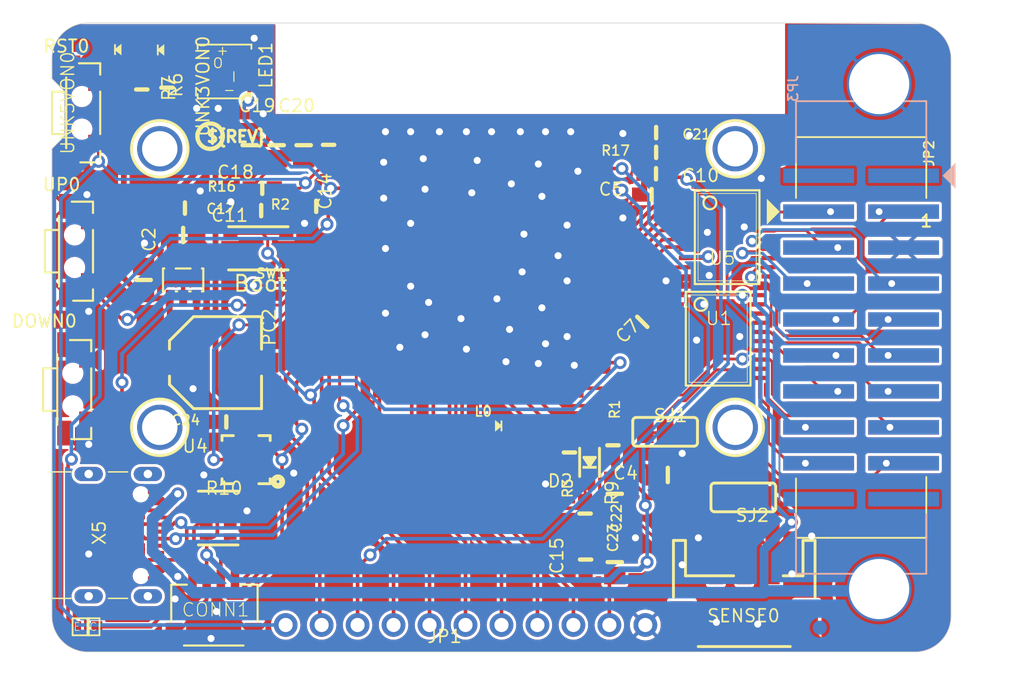
<source format=kicad_pcb>
(kicad_pcb (version 20221018) (generator pcbnew)
  (layers (0 "F.Cu" signal) (31 "B.Cu" signal) (34 "B.Paste" user) (35 "F.Paste" user) (36 "B.SilkS" user "B.Silkscreen") (37 "F.SilkS" user "F.Silkscreen") (38 "B.Mask" user) (39 "F.Mask" user) (44 "Edge.Cuts" user))
  (net 0 "")
  (net 1 "+5V")
  (net 2 "GND")
  (net 3 "D-")
  (net 4 "D+")
  (net 5 "3.3V")
  (net 6 "A1")
  (net 7 "A0")
  (net 8 "SCL")
  (net 9 "SDA")
  (net 10 "~{RESET}")
  (net 11 "NEOPIX")
  (net 12 "CC1")
  (net 13 "CC2")
  (net 14 "N$2")
  (net 15 "OE_3V")
  (net 16 "CLK_3V")
  (net 17 "ADDRC_3V")
  (net 18 "ADDRD_3V")
  (net 19 "R1_3V")
  (net 20 "B1_3V")
  (net 21 "G1_3V")
  (net 22 "ADDRB_3V")
  (net 23 "ADDRE_3V")
  (net 24 "G2_3V")
  (net 25 "ADDRA_3V")
  (net 26 "LAT_3V")
  (net 27 "B2_3V")
  (net 28 "R2_3V")
  (net 29 "M1_R1")
  (net 30 "M1_B1")
  (net 31 "M1_R2")
  (net 32 "M1_B2")
  (net 33 "M1_A")
  (net 34 "M1_C")
  (net 35 "CLK")
  (net 36 "OE")
  (net 37 "LAT")
  (net 38 "M1_D")
  (net 39 "M1_B")
  (net 40 "M1_G2")
  (net 41 "M1_G1")
  (net 42 "M1_E")
  (net 43 "M1_E8")
  (net 44 "M1_E16")
  (net 45 "UP")
  (net 46 "DOWN")
  (net 47 "TXO")
  (net 48 "RXI")
  (net 49 "A2")
  (net 50 "A3")
  (net 51 "A4")
  (net 52 "VCC")
  (net 53 "A0_JST")
  (net 54 "INT")
  (net 55 "N$1")
  (net 56 "N$3")
  (net 57 "N$5")
  (net 58 "TXD0")
  (net 59 "BOOT0")
  (net 60 "D13")
  (net 61 "IO1_DBLTAP")
  (net 62 "LIGHT")
  (net 63 "N$4")
  (footprint "working:BTN_RKB2_4.6X2.8" (layer "F.Cu") (at 131.3307 98.7044 180)
    (fp_text reference "SW1")
    (fp_text value "KMR2")
  )
  (footprint "working:0603-NO" (layer "F.Cu") (at 159.414912 93.432994)
    (fp_text reference "C10")
    (fp_text value "0.1uF")
  )
  (footprint "working:SOD-323" (layer "F.Cu") (at 154.7241 113.8301 90)
    (fp_text reference "D2")
    (fp_text value "3.6V")
  )
  (footprint "working:SOLDERJUMPER_2WAY_OPEN_NOPASTE" (layer "F.Cu") (at 160.0581 111.6711)
    (fp_text reference "SJ1")
    (fp_text value "")
  )
  (footprint "working:SOLDERJUMPER_2WAY_OPEN_NOPASTE" (layer "F.Cu") (at 165.5826 116.3066 180)
    (fp_text reference "SJ2")
    (fp_text value "")
  )
  (footprint "working:0805-NO" (layer "F.Cu") (at 156.5021 116.0526 -90)
    (fp_text reference "C23")
    (fp_text value "10uF")
  )
  (footprint "working:S3_MATRIXPORTAL_TOP" (layer "F.Cu") (at 116.7511 127.2286)
    (fp_text reference "U$25" hide)
    (fp_text value "" hide)
  )
  (footprint "working:CHIPLED_0603_NOOUTLINE" (layer "F.Cu") (at 124.4346 84.6836 90)
    (fp_text reference "UNK3VON0")
    (fp_text value "GREEN")
  )
  (footprint "working:JST_SH4" (layer "F.Cu") (at 128.1811 124.1806)
    (fp_text reference "CONN1")
    (fp_text value "STEMMA_I2C_QT" hide)
  )
  (footprint "working:0603-NO" (layer "F.Cu") (at 159.4231 90.5256)
    (fp_text reference "C21")
    (fp_text value "1uF")
  )
  (footprint "working:0603-NO" (layer "F.Cu") (at 136.292731 91.391004 -90)
    (fp_text reference "C14")
    (fp_text value "0.1uF")
  )
  (footprint "working:RESPACK_4X0603" (layer "F.Cu") (at 128.4986 117.7671 -90)
    (fp_text reference "R10")
    (fp_text value "5.1K Pack")
  )
  (footprint "working:0603-NO" (layer "F.Cu") (at 131.6101 94.4626 180)
    (fp_text reference "R16")
    (fp_text value "10K")
  )
  (footprint "working:JSTPH3" (layer "F.Cu") (at 165.6461 122.8471 180)
    (fp_text reference "SENSE0")
    (fp_text value "JST PH 3")
  )
  (footprint "working:0603-NO" (layer "F.Cu") (at 129.0701 110.9726 180)
    (fp_text reference "C24")
    (fp_text value "1uF")
  )
  (footprint "working:LED3535_FULLPADS" (layer "F.Cu") (at 128.9431 86.2076 180)
    (fp_text reference "LED1")
    (fp_text value "WS2812B_3535FULL")
  )
  (footprint "working:0805-NO" (layer "F.Cu") (at 123.2281 100.9396 -90)
    (fp_text reference "C2")
    (fp_text value "10uF")
  )
  (footprint "working:0603-NO" (layer "F.Cu") (at 131.5339 96.0374 180)
    (fp_text reference "C17")
    (fp_text value "1uF")
  )
  (footprint "working:0603-NO" (layer "F.Cu") (at 153.3017 113.1316 -90)
    (fp_text reference "R3")
    (fp_text value "10K")
  )
  (footprint "working:S3-WROOM32" (layer "F.Cu") (at 146.8501 99.6696)
    (fp_text reference "U3" hide)
    (fp_text value "ESP32-S3-WROOM" hide)
  )
  (footprint "working:0603-NO" (layer "F.Cu") (at 159.1056 94.9071)
    (fp_text reference "C5")
    (fp_text value "0.1uF")
  )
  (footprint "working:0805-NO" (layer "F.Cu") (at 130.7211 91.4146 90)
    (fp_text reference "C18")
    (fp_text value "10uF")
  )
  (footprint "working:PCBFEAT-REV-040" (layer "F.Cu") (at 127.9271 90.7796)
    (fp_text reference "U$44" hide)
    (fp_text value "" hide)
  )
  (footprint "working:CHIPLED_0603_NOOUTLINE" (layer "F.Cu") (at 148.2979 111.252 -90)
    (fp_text reference "L0")
    (fp_text value "RED")
  )
  (footprint "working:FIDUCIAL_1MM" (layer "F.Cu") (at 168.1861 92.3036)
    (fp_text reference "FID2" hide)
    (fp_text value "FIDUCIAL_1MM" hide)
  )
  (footprint "working:1X11_ROUND" (layer "F.Cu") (at 145.9611 125.3236 180)
    (fp_text reference "JP1")
    (fp_text value "")
  )
  (footprint "working:MOUNTINGHOLE_2.5_PLATED" (layer "F.Cu") (at 124.3711 111.3536)
    (fp_text reference "U$14" hide)
    (fp_text value "MOUNTINGHOLE2.5" hide)
  )
  (footprint "working:0603-NO" (layer "F.Cu") (at 156.3751 112.6236 90)
    (fp_text reference "R1")
    (fp_text value "10K")
  )
  (footprint "working:TSSOP20" (layer "F.Cu") (at 163.8046 104.9401 -90)
    (fp_text reference "U1")
    (fp_text value "74AHCT245")
  )
  (footprint "working:SPST_TACTILE_RA" (layer "F.Cu") (at 118.6561 98.9076 90)
    (fp_text reference "UP0")
    (fp_text value "TL3330AF260QG" hide)
  )
  (footprint "working:CHIPLED_0603_NOOUTLINE" (layer "F.Cu") (at 121.412 84.6582 90)
    (fp_text reference "UNK5VON0")
    (fp_text value "GREEN")
  )
  (footprint "working:0805-NO" (layer "F.Cu") (at 156.5021 120.8786 90)
    (fp_text reference "C22")
    (fp_text value "10uF")
  )
  (footprint "working:SMT_NUT_3MM" (layer "F.Cu") (at 175.1711 87.0966)
    (fp_text reference "TP2" hide)
    (fp_text value "SEWTAP_SMTNUTM3" hide)
  )
  (footprint "working:SMT_NUT_3MM" (layer "F.Cu") (at 175.1711 122.7836)
    (fp_text reference "TP1" hide)
    (fp_text value "SEWTAP_SMTNUTM3" hide)
  )
  (footprint "working:0603-NO" (layer "F.Cu") (at 154.4066 117.4496 90)
    (fp_text reference "R9")
    (fp_text value "1K")
  )
  (footprint "working:MOUNTINGHOLE_2.5_PLATED" (layer "F.Cu") (at 165.0111 91.6686)
    (fp_text reference "U$22" hide)
    (fp_text value "MOUNTINGHOLE2.5" hide)
  )
  (footprint "working:0603-NO" (layer "F.Cu") (at 135.4201 95.7326 180)
    (fp_text reference "R2")
    (fp_text value "10K")
  )
  (footprint "working:0805-NO" (layer "F.Cu") (at 158.444296 103.8978 45)
    (fp_text reference "C7")
    (fp_text value "10uF")
  )
  (footprint "working:FIDUCIAL_1MM" (layer "F.Cu") (at 137.0711 118.2116)
    (fp_text reference "FID1" hide)
    (fp_text value "FIDUCIAL_1MM" hide)
  )
  (footprint "working:ALS-PT19-315C" (layer "F.Cu") (at 119.1641 125.4506 180)
    (fp_text reference "U6" hide)
    (fp_text value "ALS-PT19" hide)
  )
  (footprint "working:0805-NO" (layer "F.Cu") (at 134.5311 91.4146 90)
    (fp_text reference "C20")
    (fp_text value "10uF")
  )
  (footprint "working:0805-NO" (layer "F.Cu") (at 132.6261 91.4146 90)
    (fp_text reference "C19")
    (fp_text value "10uF")
  )
  (footprint "working:0805-NO" (layer "F.Cu") (at 160.2486 114.7191 180)
    (fp_text reference "C4")
    (fp_text value "10uF")
  )
  (footprint "working:0603-NO" (layer "F.Cu") (at 154.4447 120.698994 -90)
    (fp_text reference "C15")
    (fp_text value "0.1uF")
  )
  (footprint "working:PANASONIC_D" (layer "F.Cu") (at 128.3081 106.7816 180)
    (fp_text reference "PC2")
    (fp_text value "100uF/6.3V")
  )
  (footprint "working:0805-NO" (layer "F.Cu") (at 126.0221 97.7646 180)
    (fp_text reference "C3" hide)
    (fp_text value "10uF")
  )
  (footprint "working:SOT23-DBV" (layer "F.Cu") (at 126.0221 100.9396)
    (fp_text reference "U2" hide)
    (fp_text value "AP2112K-3.3")
  )
  (footprint "working:SPST_TACTILE_RA" (layer "F.Cu") (at 118.5291 108.6866 90)
    (fp_text reference "DOWN0")
    (fp_text value "TL3330AF260QG" hide)
  )
  (footprint "working:0603-NO" (layer "F.Cu") (at 159.4231 91.9226 180)
    (fp_text reference "R17")
    (fp_text value "1Meg")
  )
  (footprint "working:LGA16_3X3MM" (layer "F.Cu") (at 130.4671 113.6396 180)
    (fp_text reference "U4")
    (fp_text value "LIS3DHTR")
  )
  (footprint "working:MOUNTINGHOLE_2.5_PLATED" (layer "F.Cu") (at 165.0111 111.3536)
    (fp_text reference "U$24" hide)
    (fp_text value "MOUNTINGHOLE2.5" hide)
  )
  (footprint "working:0603-NO" (layer "F.Cu") (at 123.1011 87.4776 90)
    (fp_text reference "R7")
    (fp_text value "10K")
  )
  (footprint "working:TSSOP20" (layer "F.Cu") (at 164.4396 97.7646 -90)
    (fp_text reference "U5")
    (fp_text value "74AHCT245")
  )
  (footprint "working:2X08_SHROUDEDSMT" (layer "F.Cu") (at 173.9011 105.0036 -90)
    (fp_text reference "JP2")
    (fp_text value "2x8_SMT_IDC")
  )
  (footprint "working:MOUNTINGHOLE_2.5_PLATED" (layer "F.Cu") (at 124.3711 91.6686)
    (fp_text reference "U$19" hide)
    (fp_text value "MOUNTINGHOLE2.5" hide)
  )
  (footprint "working:0603-NO" (layer "F.Cu") (at 126.1491 95.8596 180)
    (fp_text reference "C11")
    (fp_text value "0.1uF")
  )
  (footprint "working:USB_C_CUSB31-CFM2AX-01-X" (layer "F.Cu") (at 121.8311 118.9736 -90)
    (fp_text reference "X5")
    (fp_text value "USB TYPE C")
  )
  (footprint "working:SPST_TACTILE_RA" (layer "F.Cu") (at 119.1641 89.1286 90)
    (fp_text reference "RST0")
    (fp_text value "TL3330AF260QG" hide)
  )
  (footprint "working:0603-NO" (layer "F.Cu") (at 124.8791 87.3506 -90)
    (fp_text reference "R6")
    (fp_text value "10K")
  )
  (footprint "working:FIDUCIAL_1MM" (layer "B.Cu") (at 170.9801 125.5141 180)
    (fp_text reference "FID3" hide)
    (fp_text value "FIDUCIAL_1MM" hide)
  )
  (footprint "working:S3_MATRIXPORTAL_BOT" (layer "B.Cu") (at 180.2511 127.2286 180)
    (fp_text reference "U$26" hide)
    (fp_text value "" hide)
  )
  (footprint "working:FIDUCIAL_1MM" (layer "B.Cu") (at 118.9101 84.5566 180)
    (fp_text reference "FID4" hide)
    (fp_text value "FIDUCIAL_1MM" hide)
  )
  (footprint "working:2X10_SMT_FEMALE" (layer "B.Cu") (at 173.9011 105.0036 -90)
    (fp_text reference "JP3")
    (fp_text value "2x10_SMT_F")
  )
  (gr_line (start 117.6401 87.6046) (end 116.7511 86.7156) (stroke (width 0.05)) (layer "Edge.Cuts"))
  (gr_line (start 116.7511 86.7156) (end 116.7511 85.3186) (stroke (width 0.05)) (layer "Edge.Cuts"))
  (gr_line (start 180.2511 85.3186) (end 180.2511 124.6886) (stroke (width 0.05)) (layer "Edge.Cuts"))
  (gr_line (start 119.2911 82.7786) (end 177.7111 82.7786) (stroke (width 0.05)) (layer "Edge.Cuts"))
  (gr_line (start 117.6401 90.7796) (end 117.6401 87.6046) (stroke (width 0.05)) (layer "Edge.Cuts"))
  (gr_arc (start 119.2911 127.2286) (mid 117.495049 126.484651) (end 116.7511 124.6886) (stroke (width 0.05)) (layer "Edge.Cuts"))
  (gr_arc (start 177.7111 82.7786) (mid 179.507151 83.522549) (end 180.2511 85.3186) (stroke (width 0.05)) (layer "Edge.Cuts"))
  (gr_line (start 177.7111 127.2286) (end 119.2911 127.2286) (stroke (width 0.05)) (layer "Edge.Cuts"))
  (gr_arc (start 116.7511 85.3186) (mid 117.495049 83.522549) (end 119.2911 82.7786) (stroke (width 0.05)) (layer "Edge.Cuts"))
  (gr_line (start 116.7511 91.6686) (end 117.6401 90.7796) (stroke (width 0.05)) (layer "Edge.Cuts"))
  (gr_arc (start 180.2511 124.6886) (mid 179.507151 126.484651) (end 177.7111 127.2286) (stroke (width 0.05)) (layer "Edge.Cuts"))
  (gr_line (start 116.7511 124.6886) (end 116.7511 91.6686) (stroke (width 0.05)) (layer "Edge.Cuts"))
  (gr_text "1" (at 177.9975 97.2842) (layer "F.SilkS") (effects (font (size 0.8636 0.8636) (thickness 0.1524)) (justify left bottom)))
  (gr_text "Boot" (at 131.4831 101.1936) (layer "F.SilkS") (effects (font (size 1.1176 1.1176) (thickness 0.1524))))
  (segment (start 125.0721 104.1146) (end 125.3261 103.8606) (width 0.4064) (layer "F.Cu") (net 1))
  (segment (start 126.9721 103.2916) (end 126.9721 102.2396) (width 0.4064) (layer "F.Cu") (net 1))
  (segment (start 163.7411 101.9921) (end 164.4396 101.9921) (width 0.2032) (layer "F.Cu") (net 1))
  (segment (start 123.1011 117.0686) (end 121.9581 117.0686) (width 0.4064) (layer "F.Cu") (net 1))
  (segment (start 163.6141 101.8651) (end 163.7411 101.9921) (width 0.2032) (layer "F.Cu") (net 1))
  (segment (start 121.8311 100.8126) (end 121.8311 89.5976) (width 0.4064) (layer "F.Cu") (net 1))
  (segment (start 164.4396 95.0706) (end 164.4396 94.9031) (width 0.3048) (layer "F.Cu") (net 1))
  (segment (start 166.7224 102.0151) (end 165.4524 102.0151) (width 0.2032) (layer "F.Cu") (net 1))
  (segment (start 124.1061 116.5736) (end 125.1201 116.5736) (width 0.4064) (layer "F.Cu") (net 1))
  (segment (start 125.6541 106.8956) (end 121.7041 110.8456) (width 0.4064) (layer "F.Cu") (net 1))
  (segment (start 125.3261 103.8606) (end 126.4031 103.8606) (width 0.4064) (layer "F.Cu") (net 1))
  (segment (start 123.576625 116.5736) (end 123.2009 116.949325) (width 0.254) (layer "F.Cu") (net 1))
  (segment (start 123.2281 101.8896) (end 122.9081 101.8896) (width 0.4064) (layer "F.Cu") (net 1))
  (segment (start 121.8311 89.5976) (end 123.1011 88.3276) (width 0.4064) (layer "F.Cu") (net 1))
  (segment (start 123.2009 116.949325) (end 123.2009 116.9688) (width 0.254) (layer "F.Cu") (net 1))
  (segment (start 160.5231 94.8396) (end 160.4556 94.9071) (width 0.254) (layer "F.Cu") (net 1))
  (segment (start 125.0721 104.1146) (end 125.0721 106.1996) (width 0.4064) (layer "F.Cu") (net 1))
  (segment (start 163.3601 94.8396) (end 164.5031 94.8396) (width 0.3048) (layer "F.Cu") (net 1))
  (segment (start 126.4031 103.8606) (end 126.9721 103.2916) (width 0.4064) (layer "F.Cu") (net 1))
  (segment (start 125.1201 116.5736) (end 125.6411 116.0526) (width 0.4064) (layer "F.Cu") (net 1))
  (segment (start 125.6541 106.7816) (end 125.6541 106.8956) (width 0.4064) (layer "F.Cu") (net 1))
  (segment (start 159.116046 103.22605) (end 160.326996 102.0151) (width 0.2032) (layer "F.Cu") (net 1))
  (segment (start 160.8868 102.0151) (end 160.326996 102.0151) (width 0.2032) (layer "F.Cu") (net 1))
  (segment (start 125.6541 106.7816) (end 125.0721 106.1996) (width 0.4064) (layer "F.Cu") (net 1))
  (segment (start 122.9081 101.8896) (end 121.8311 100.8126) (width 0.4064) (layer "F.Cu") (net 1))
  (segment (start 167.7416 116.3066) (end 166.9796 116.3066) (width 0.4064) (layer "F.Cu") (net 1))
  (segment (start 164.4396 95.0706) (end 164.4396 101.9921) (width 0.2032) (layer "F.Cu") (net 1))
  (segment (start 121.9581 117.0686) (end 121.7041 116.8146) (width 0.4064) (layer "F.Cu") (net 1))
  (segment (start 167.3574 94.8396) (end 164.5031 94.8396) (width 0.3048) (layer "F.Cu") (net 1))
  (segment (start 125.0721 102.2396) (end 125.0721 104.1146) (width 0.4064) (layer "F.Cu") (net 1))
  (segment (start 123.2281 101.8896) (end 123.5781 102.2396) (width 0.4064) (layer "F.Cu") (net 1))
  (segment (start 160.8868 102.0151) (end 161.0368 101.8651) (width 0.2032) (layer "F.Cu") (net 1))
  (segment (start 164.4396 94.9031) (end 164.5031 94.8396) (width 0.3048) (layer "F.Cu") (net 1))
  (segment (start 161.5218 94.8396) (end 163.3601 94.8396) (width 0.254) (layer "F.Cu") (net 1))
  (segment (start 168.97985 118.05285) (end 168.97985 117.54485) (width 0.4064) (layer "F.Cu") (net 1))
  (segment (start 168.97985 117.54485) (end 167.7416 116.3066) (width 0.4064) (layer "F.Cu") (net 1))
  (segment (start 121.7041 116.8146) (end 121.7041 110.8456) (width 0.4064) (layer "F.Cu") (net 1))
  (segment (start 165.4564 102.0191) (end 165.4524 102.0151) (width 0.2032) (layer "F.Cu") (net 1))
  (segment (start 160.4556 94.9071) (end 159.9556 94.9071) (width 0.254) (layer "F.Cu") (net 1))
  (segment (start 165.5191 102.0191) (end 165.4564 102.0191) (width 0.2032) (layer "F.Cu") (net 1))
  (segment (start 124.1061 116.5736) (end 123.576625 116.5736) (width 0.254) (layer "F.Cu") (net 1))
  (segment (start 164.4396 101.9921) (end 165.4921 101.9921) (width 0.2032) (layer "F.Cu") (net 1))
  (segment (start 125.1201 121.3736) (end 125.6411 121.8946) (width 0.4064) (layer "F.Cu") (net 1))
  (segment (start 123.2009 116.9688) (end 123.1011 117.0686) (width 0.254) (layer "F.Cu") (net 1))
  (segment (start 123.5781 102.2396) (end 125.0721 102.2396) (width 0.4064) (layer "F.Cu") (net 1))
  (segment (start 165.5191 102.0191) (end 165.4921 101.9921) (width 0.2032) (layer "F.Cu") (net 1))
  (segment (start 163.6141 101.8651) (end 161.0368 101.8651) (width 0.2032) (layer "F.Cu") (net 1))
  (segment (start 161.5218 94.8396) (end 160.5231 94.8396) (width 0.254) (layer "F.Cu") (net 1))
  (segment (start 124.1061 121.3736) (end 125.1201 121.3736) (width 0.4064) (layer "F.Cu") (net 1))
  (via (at 165.5191 102.0191) (size 0.9064) (drill 0.5) (layers "F.Cu" "B.Cu") (net 1))
  (via (at 125.6411 121.8946) (size 0.9064) (drill 0.5) (layers "F.Cu" "B.Cu") (net 1))
  (via (at 168.97985 118.05285) (size 0.9064) (drill 0.5) (layers "F.Cu" "B.Cu") (net 1))
  (via (at 125.6411 116.0526) (size 0.9064) (drill 0.5) (layers "F.Cu" "B.Cu") (net 1))
  (segment (start 175.2981 122.9106) (end 167.0431 122.9106) (width 0.8128) (layer "B.Cu") (net 1))
  (segment (start 167.0431 119.9896) (end 168.97985 118.05285) (width 0.6096) (layer "B.Cu") (net 1))
  (segment (start 166.7891 103.9241) (end 165.5191 102.6541) (width 0.3048) (layer "B.Cu") (net 1))
  (segment (start 167.710084 110.750585) (end 167.710084 116.782685) (width 0.3048) (layer "B.Cu") (net 1))
  (segment (start 165.5191 102.0191) (end 165.5191 102.6541) (width 0.3048) (layer "B.Cu") (net 1))
  (segment (start 167.0431 123.0376) (end 126.7841 123.0376) (width 0.8128) (layer "B.Cu") (net 1))
  (segment (start 123.8631 120.1166) (end 123.8631 117.8306) (width 0.8128) (layer "B.Cu") (net 1))
  (segment (start 167.709884 116.782885) (end 168.97985 118.05285) (width 0.3048) (layer "B.Cu") (net 1))
  (segment (start 126.7841 123.0376) (end 125.6411 121.8946) (width 0.8128) (layer "B.Cu") (net 1))
  (segment (start 167.0431 122.9106) (end 167.0431 119.9896) (width 0.6096) (layer "B.Cu") (net 1))
  (segment (start 166.7891 109.8296) (end 167.710084 110.750585) (width 0.3048) (layer "B.Cu") (net 1))
  (segment (start 125.6411 121.8946) (end 123.8631 120.1166) (width 0.8128) (layer "B.Cu") (net 1))
  (segment (start 167.0431 123.0376) (end 167.0431 122.9106) (width 0.6096) (layer "B.Cu") (net 1))
  (segment (start 123.8631 117.8306) (end 125.6411 116.0526) (width 0.8128) (layer "B.Cu") (net 1))
  (segment (start 167.710084 116.782685) (end 167.709884 116.782885) (width 0.3048) (layer "B.Cu") (net 1))
  (segment (start 166.7891 103.9241) (end 166.7891 109.8296) (width 0.3048) (layer "B.Cu") (net 1))
  (segment (start 175.2981 122.9106) (end 175.1711 122.7836) (width 0.6096) (layer "B.Cu") (net 1))
  (segment (start 125.7681 123.5456) (end 126.6571 123.5456) (width 0.4064) (layer "F.Cu") (net 2))
  (segment (start 127.7493 104.1654) (end 127.5461 104.3686) (width 0.3048) (layer "F.Cu") (net 2))
  (segment (start 158.564912 94.597788) (end 158.2556 94.9071) (width 0.4064) (layer "F.Cu") (net 2))
  (segment (start 126.9721 97.7646) (end 126.0221 98.7146) (width 0.3048) (layer "F.Cu") (net 2))
  (segment (start 165.854118 102.8279) (end 165.7898 102.8279) (width 0.3048) (layer "F.Cu") (net 2))
  (segment (start 168.4167 95.248) (end 168.4401 95.2246) (width 0.3048) (layer "F.Cu") (net 2))
  (segment (start 159.4866 101.0031) (end 160.1216 101.0031) (width 0.3048) (layer "F.Cu") (net 2))
  (segment (start 124.1061 122.1736) (end 124.3961 122.1736) (width 0.4064) (layer "F.Cu") (net 2))
  (segment (start 157.7721 102.7176) (end 159.4866 101.0031) (width 0.3048) (layer "F.Cu") (net 2))
  (segment (start 160.234912 91.9226) (end 158.724518 93.432994) (width 0.3048) (layer "F.Cu") (net 2))
  (segment (start 124.2691 115.7736) (end 125.3236 114.7191) (width 0.3048) (layer "F.Cu") (net 2))
  (segment (start 126.6811 123.5216) (end 126.6811 122.1746) (width 0.4064) (layer "F.Cu") (net 2))
  (segment (start 158.564912 93.432994) (end 158.564912 94.597788) (width 0.4064) (layer "F.Cu") (net 2))
  (segment (start 168.2083 94.9928) (end 168.2083 94.539907) (width 0.3048) (layer "F.Cu") (net 2))
  (segment (start 126.9721 97.7646) (end 126.9721 98.261707) (width 0.3048) (layer "F.Cu") (net 2))
  (segment (start 126.6571 123.5456) (end 126.6811 123.5216) (width 0.4064) (layer "F.Cu") (net 2))
  (segment (start 127.7493 99.038907) (end 127.7493 104.1654) (width 0.3048) (layer "F.Cu") (net 2))
  (segment (start 124.3961 122.1736) (end 125.7681 123.5456) (width 0.4064) (layer "F.Cu") (net 2))
  (segment (start 126.0221 98.7146) (end 126.0221 102.2396) (width 0.3048) (layer "F.Cu") (net 2))
  (segment (start 158.724518 93.432994) (end 158.564912 93.432994) (width 0.3048) (layer "F.Cu") (net 2))
  (segment (start 165.7898 102.8279) (end 165.3286 103.2891) (width 0.3048) (layer "F.Cu") (net 2))
  (segment (start 124.1061 115.7736) (end 124.2691 115.7736) (width 0.3048) (layer "F.Cu") (net 2))
  (segment (start 168.012206 95.4896) (end 168.253806 95.248) (width 0.3048) (layer "F.Cu") (net 2))
  (segment (start 125.3236 114.7191) (end 127.4826 114.7191) (width 0.3048) (layer "F.Cu") (net 2))
  (segment (start 126.9721 98.261707) (end 127.7493 99.038907) (width 0.3048) (layer "F.Cu") (net 2))
  (segment (start 168.4401 95.2246) (end 168.2083 94.9928) (width 0.3048) (layer "F.Cu") (net 2))
  (segment (start 166.7224 102.6651) (end 166.016918 102.6651) (width 0.3048) (layer "F.Cu") (net 2))
  (segment (start 168.253806 95.248) (end 168.4167 95.248) (width 0.3048) (layer "F.Cu") (net 2))
  (segment (start 167.3574 95.4896) (end 168.012206 95.4896) (width 0.3048) (layer "F.Cu") (net 2))
  (segment (start 166.016918 102.6651) (end 165.854118 102.8279) (width 0.3048) (layer "F.Cu") (net 2))
  (segment (start 157.772543 104.569554) (end 157.772543 102.718044) (width 0.3048) (layer "F.Cu") (net 2))
  (segment (start 165.3286 103.2891) (end 165.3286 104.9401) (width 0.3048) (layer "F.Cu") (net 2))
  (segment (start 157.772543 102.718044) (end 157.7721 102.7176) (width 0.3048) (layer "F.Cu") (net 2))
  (segment (start 167.432493 93.7641) (end 166.8526 93.7641) (width 0.3048) (layer "F.Cu") (net 2))
  (segment (start 160.2731 91.9226) (end 160.234912 91.9226) (width 0.3048) (layer "F.Cu") (net 2))
  (segment (start 168.2083 94.539907) (end 167.432493 93.7641) (width 0.3048) (layer "F.Cu") (net 2))
  (via (at 150.0886 97.7011) (size 0.9064) (drill 0.5) (layers "F.Cu" "B.Cu") (net 2))
  (via (at 147.8026 90.4621) (size 0.9064) (drill 0.5) (layers "F.Cu" "B.Cu") (net 2))
  (via (at 151.3586 95.0341) (size 0.9064) (drill 0.5) (layers "F.Cu" "B.Cu") (net 2))
  (via (at 140.3096 98.7171) (size 0.9064) (drill 0.5) (layers "F.Cu" "B.Cu") (net 2))
  (via (at 163.6776 125.1331) (size 0.9064) (drill 0.5) (layers "F.Cu" "B.Cu") (net 2))
  (via (at 162.4076 119.1641) (size 0.9064) (drill 0.5) (layers "F.Cu" "B.Cu") (net 2))
  (via (at 161.2646 113.1951) (size 0.9064) (drill 0.5) (layers "F.Cu" "B.Cu") (net 2))
  (via (at 142.0876 96.9391) (size 0.9064) (drill 0.5) (layers "F.Cu" "B.Cu") (net 2))
  (via (at 143.1036 94.5261) (size 0.9064) (drill 0.5) (layers "F.Cu" "B.Cu") (net 2))
  (via (at 149.1996 94.1451) (size 0.9064) (drill 0.5) (layers "F.Cu" "B.Cu") (net 2))
  (via (at 126.7206 108.6231) (size 0.9064) (drill 0.5) (layers "F.Cu" "B.Cu") (net 2))
  (via (at 144.1196 90.4621) (size 0.9064) (drill 0.5) (layers "F.Cu" "B.Cu") (net 2))
  (via (at 127.4826 114.7191) (size 0.9064) (drill 0.5) (layers "F.Cu" "B.Cu") (net 2))
  (via (at 127.2286 94.6531) (size 0.9064) (drill 0.5) (layers "F.Cu" "B.Cu") (net 2))
  (via (at 145.6436 103.6701) (size 0.9064) (drill 0.5) (layers "F.Cu" "B.Cu") (net 2))
  (via (at 148.8186 106.7181) (size 0.9064) (drill 0.5) (layers "F.Cu" "B.Cu") (net 2))
  (via (at 130.5306 117.2591) (size 0.9064) (drill 0.5) (layers "F.Cu" "B.Cu") (net 2))
  (via (at 153.8986 93.2561) (size 0.9064) (drill 0.5) (layers "F.Cu" "B.Cu") (net 2))
  (via (at 160.1216 101.0031) (size 0.9064) (drill 0.5) (layers "F.Cu" "B.Cu") (net 2))
  (via (at 151.6126 90.4621) (size 0.9064) (drill 0.5) (layers "F.Cu" "B.Cu") (net 2))
  (via (at 161.2646 121.0691) (size 0.9064) (drill 0.5) (layers "F.Cu" "B.Cu") (net 2))
  (via (at 146.4056 94.7801) (size 0.9064) (drill 0.5) (layers "F.Cu" "B.Cu") (net 2))
  (via (at 127.9906 126.2761) (size 0.9064) (drill 0.5) (layers "F.Cu" "B.Cu") (net 2))
  (via (at 141.3256 105.7021) (size 0.9064) (drill 0.5) (layers "F.Cu" "B.Cu") (net 2))
  (via (at 151.6126 105.4481) (size 0.9064) (drill 0.5) (layers "F.Cu" "B.Cu") (net 2))
  (via (at 151.6126 115.3541) (size 0.9064) (drill 0.5) (layers "F.Cu" "B.Cu") (net 2))
  (via (at 161.7726 90.7161) (size 0.9064) (drill 0.5) (layers "F.Cu" "B.Cu") (net 2))
  (via (at 157.0736 96.5581) (size 0.9064) (drill 0.5) (layers "F.Cu" "B.Cu") (net 2))
  (via (at 146.0246 105.8291) (size 0.9064) (drill 0.5) (layers "F.Cu" "B.Cu") (net 2))
  (via (at 149.9616 100.3681) (size 0.9064) (drill 0.5) (layers "F.Cu" "B.Cu") (net 2))
  (via (at 163.1696 100.6221) (size 0.9064) (drill 0.5) (layers "F.Cu" "B.Cu") (net 2))
  (via (at 123.2916 98.3361) (size 0.9064) (drill 0.5) (layers "F.Cu" "B.Cu") (net 2))
  (via (at 157.0736 90.5891) (size 0.9064) (drill 0.5) (layers "F.Cu" "B.Cu") (net 2))
  (via (at 169.0116 121.7041) (size 0.9064) (drill 0.5) (layers "F.Cu" "B.Cu") (net 2))
  (via (at 153.1366 101.0031) (size 0.9064) (drill 0.5) (layers "F.Cu" "B.Cu") (net 2))
  (via (at 153.1366 104.9401) (size 0.9064) (drill 0.5) (layers "F.Cu" "B.Cu") (net 2))
  (via (at 146.0246 90.4621) (size 0.9064) (drill 0.5) (layers "F.Cu" "B.Cu") (net 2))
  (via (at 162.7886 102.6541) (size 0.9064) (drill 0.5) (layers "F.Cu" "B.Cu") (net 2))
  (via (at 162.2806 105.1941) (size 0.9064) (drill 0.5) (layers "F.Cu" "B.Cu") (net 2))
  (via (at 149.0726 104.4321) (size 0.9064) (drill 0.5) (layers "F.Cu" "B.Cu") (net 2))
  (via (at 152.5016 99.2251) (size 0.9064) (drill 0.5) (layers "F.Cu" "B.Cu") (net 2))
  (via (at 131.6736 89.1921) (size 0.9064) (drill 0.5) (layers "F.Cu" "B.Cu") (net 2))
  (via (at 157.9626 119.1641) (size 0.9064) (drill 0.5) (layers "F.Cu" "B.Cu") (net 2))
  (via (at 119.2276 94.9071) (size 0.9064) (drill 0.5) (layers "F.Cu" "B.Cu") (net 2))
  (via (at 151.1046 106.8451) (size 0.9064) (drill 0.5) (layers "F.Cu" "B.Cu") (net 2))
  (via (at 166.8526 93.7641) (size 0.9064) (drill 0.5) (layers "F.Cu" "B.Cu") (net 2))
  (via (at 165.3286 104.9401) (size 0.9064) (drill 0.5) (layers "F.Cu" "B.Cu") (net 2))
  (via (at 153.1366 97.0661) (size 0.9064) (drill 0.5) (layers "F.Cu" "B.Cu") (net 2))
  (via (at 125.4506 123.4821) (size 0.9064) (drill 0.5) (layers "F.Cu" "B.Cu") (net 2))
  (via (at 126.9746 88.8111) (size 0.9064) (drill 0.5) (layers "F.Cu" "B.Cu") (net 2))
  (via (at 129.3876 95.4151) (size 0.9064) (drill 0.5) (layers "F.Cu" "B.Cu") (net 2))
  (via (at 128.3716 124.3711) (size 0.9064) (drill 0.5) (layers "F.Cu" "B.Cu") (net 2))
  (via (at 140.3096 90.4621) (size 0.9064) (drill 0.5) (layers "F.Cu" "B.Cu") (net 2))
  (via (at 133.8326 114.5921) (size 0.9064) (drill 0.5) (layers "F.Cu" "B.Cu") (net 2))
  (via (at 140.3096 103.2891) (size 0.9064) (drill 0.5) (layers "F.Cu" "B.Cu") (net 2))
  (via (at 146.7866 92.4941) (size 0.9064) (drill 0.5) (layers "F.Cu" "B.Cu") (net 2))
  (via (at 143.1036 104.8131) (size 0.9064) (drill 0.5) (layers "F.Cu" "B.Cu") (net 2))
  (via (at 166.5986 125.2601) (size 0.9064) (drill 0.5) (layers "F.Cu" "B.Cu") (net 2))
  (via (at 151.3586 102.9081) (size 0.9064) (drill 0.5) (layers "F.Cu" "B.Cu") (net 2))
  (via (at 151.1046 92.7481) (size 0.9064) (drill 0.5) (layers "F.Cu" "B.Cu") (net 2))
  (via (at 143.3576 102.5271) (size 0.9064) (drill 0.5) (layers "F.Cu" "B.Cu") (net 2))
  (via (at 134.5946 96.9391) (size 0.9064) (drill 0.5) (layers "F.Cu" "B.Cu") (net 2))
  (via (at 153.6446 106.9721) (size 0.9064) (drill 0.5) (layers "F.Cu" "B.Cu") (net 2))
  (via (at 148.1836 102.2731) (size 0.9064) (drill 0.5) (layers "F.Cu" "B.Cu") (net 2))
  (via (at 140.1826 92.6211) (size 0.9064) (drill 0.5) (layers "F.Cu" "B.Cu") (net 2))
  (via (at 119.3546 112.5601) (size 0.9064) (drill 0.5) (layers "F.Cu" "B.Cu") (net 2))
  (via (at 119.3546 103.1621) (size 0.9064) (drill 0.5) (layers "F.Cu" "B.Cu") (net 2))
  (via (at 142.0876 101.3841) (size 0.9064) (drill 0.5) (layers "F.Cu" "B.Cu") (net 2))
  (via (at 165.6461 97.1931) (size 0.9064) (drill 0.5) (layers "F.Cu" "B.Cu") (net 2))
  (via (at 170.4086 119.0371) (size 0.9064) (drill 0.5) (layers "F.Cu" "B.Cu") (net 2))
  (via (at 128.4986 88.8111) (size 0.9064) (drill 0.5) (layers "F.Cu" "B.Cu") (net 2))
  (via (at 163.0426 97.5741) (size 0.9064) (drill 0.5) (layers "F.Cu" "B.Cu") (net 2))
  (via (at 142.0876 90.4621) (size 0.9064) (drill 0.5) (layers "F.Cu" "B.Cu") (net 2))
  (via (at 149.8346 90.4621) (size 0.9064) (drill 0.5) (layers "F.Cu" "B.Cu") (net 2))
  (via (at 153.3906 90.4621) (size 0.9064) (drill 0.5) (layers "F.Cu" "B.Cu") (net 2))
  (via (at 142.9766 92.3671) (size 0.9064) (drill 0.5) (layers "F.Cu" "B.Cu") (net 2))
  (via (at 140.1826 95.1611) (size 0.9064) (drill 0.5) (layers "F.Cu" "B.Cu") (net 2))
  (via (at 131.0386 83.8581) (size 0.9064) (drill 0.5) (layers "F.Cu" "B.Cu") (net 2))
  (via (at 119.3546 120.3071) (size 0.9064) (drill 0.5) (layers "F.Cu" "B.Cu") (net 2))
  (segment (start 124.1384 118.1913) (end 124.1061 118.2236) (width 0.254) (layer "F.Cu") (net 3))
  (segment (start 137.0711 106.2736) (end 137.4991 105.8456) (width 0.2032) (layer "F.Cu") (net 3))
  (segment (start 123.2484 118.1913) (end 124.1384 118.1913) (width 0.254) (layer "F.Cu") (net 3))
  (segment (start 125.4887 119.2236) (end 124.1061 119.2236) (width 0.254) (layer "F.Cu") (net 3))
  (segment (start 137.4991 105.8456) (end 138.2501 105.8456) (width 0.2032) (layer "F.Cu") (net 3))
  (segment (start 124.1061 119.2236) (end 124.0991 119.2166) (width 0.254) (layer "F.Cu") (net 3))
  (segment (start 137.0711 106.2736) (end 137.0711 109.5756) (width 0.2032) (layer "F.Cu") (net 3))
  (segment (start 123.1011 118.9736) (end 123.1011 118.3386) (width 0.254) (layer "F.Cu") (net 3))
  (segment (start 124.0991 119.2166) (end 123.3441 119.2166) (width 0.254) (layer "F.Cu") (net 3))
  (segment (start 123.3441 119.2166) (end 123.1011 118.9736) (width 0.254) (layer "F.Cu") (net 3))
  (segment (start 125.4927 119.2276) (end 125.4887 119.2236) (width 0.254) (layer "F.Cu") (net 3))
  (segment (start 137.3251 109.8296) (end 137.0711 109.5756) (width 0.2032) (layer "F.Cu") (net 3))
  (segment (start 123.1011 118.3386) (end 123.2484 118.1913) (width 0.254) (layer "F.Cu") (net 3))
  (via (at 125.4927 119.2276) (size 0.9064) (drill 0.5) (layers "F.Cu" "B.Cu") (net 3))
  (via (at 137.3251 109.8296) (size 0.9064) (drill 0.5) (layers "F.Cu" "B.Cu") (net 3))
  (segment (start 132.3507 118.9736) (end 125.7467 118.9736) (width 0.254) (layer "B.Cu") (net 3))
  (segment (start 138.3197 113.0046) (end 132.3507 118.9736) (width 0.254) (layer "B.Cu") (net 3))
  (segment (start 138.3197 110.8242) (end 138.3197 113.0046) (width 0.254) (layer "B.Cu") (net 3))
  (segment (start 137.3251 109.8296) (end 138.3197 110.8242) (width 0.254) (layer "B.Cu") (net 3))
  (segment (start 125.7467 118.9736) (end 125.4927 119.2276) (width 0.254) (layer "B.Cu") (net 3))
  (segment (start 138.2501 110.174) (end 138.2501 107.1156) (width 0.2032) (layer "F.Cu") (net 4))
  (segment (start 137.3251 111.2266) (end 137.3251 111.099) (width 0.254) (layer "F.Cu") (net 4))
  (segment (start 138.2501 110.174) (end 137.3251 111.099) (width 0.254) (layer "F.Cu") (net 4))
  (segment (start 125.424575 118.0846) (end 124.785575 118.7236) (width 0.254) (layer "F.Cu") (net 4))
  (segment (start 126.2761 119.6594) (end 126.2761 118.487) (width 0.254) (layer "F.Cu") (net 4))
  (segment (start 125.9245 120.011) (end 126.2761 119.6594) (width 0.254) (layer "F.Cu") (net 4))
  (segment (start 126.2761 118.487) (end 125.8737 118.0846) (width 0.254) (layer "F.Cu") (net 4))
  (segment (start 125.424575 118.0846) (end 125.8737 118.0846) (width 0.254) (layer "F.Cu") (net 4))
  (segment (start 124.8671 119.7236) (end 125.1545 120.011) (width 0.254) (layer "F.Cu") (net 4))
  (segment (start 125.1545 120.011) (end 125.9245 120.011) (width 0.254) (layer "F.Cu") (net 4))
  (segment (start 124.1061 118.7236) (end 124.785575 118.7236) (width 0.254) (layer "F.Cu") (net 4))
  (segment (start 124.1061 119.7236) (end 124.8671 119.7236) (width 0.254) (layer "F.Cu") (net 4))
  (via (at 125.8737 118.0846) (size 0.9064) (drill 0.5) (layers "F.Cu" "B.Cu") (net 4))
  (via (at 137.3251 111.2266) (size 0.9064) (drill 0.5) (layers "F.Cu" "B.Cu") (net 4))
  (segment (start 132.085118 118.4656) (end 126.2547 118.4656) (width 0.254) (layer "B.Cu") (net 4))
  (segment (start 137.3251 113.225619) (end 132.085118 118.4656) (width 0.254) (layer "B.Cu") (net 4))
  (segment (start 137.3251 111.2266) (end 137.3251 113.225619) (width 0.254) (layer "B.Cu") (net 4))
  (segment (start 125.8737 118.0846) (end 126.2547 118.4656) (width 0.254) (layer "B.Cu") (net 4))
  (segment (start 156.222493 121.548994) (end 156.3446 121.6711) (width 0.254) (layer "F.Cu") (net 5))
  (segment (start 131.4671 114.9896) (end 130.9671 114.9896) (width 0.254) (layer "F.Cu") (net 5))
  (segment (start 164.1856 116.3066) (end 158.6611 116.3066) (width 0.4064) (layer "F.Cu") (net 5))
  (segment (start 127.6486 119.0671) (end 127.6811 119.0996) (width 0.254) (layer "F.Cu") (net 5))
  (segment (start 130.7211 92.3646) (end 130.0201 92.3646) (width 0.4064) (layer "F.Cu") (net 5))
  (segment (start 137.902303 92.223397) (end 136.310337 92.223397) (width 0.4064) (layer "F.Cu") (net 5))
  (segment (start 125.0721 97.7646) (end 125.0721 96.0866) (width 0.4064) (layer "F.Cu") (net 5))
  (segment (start 156.5021 121.8286) (end 157.0101 121.3206) (width 0.254) (layer "F.Cu") (net 5))
  (segment (start 130.0201 92.3646) (end 128.3081 92.3646) (width 0.4064) (layer "F.Cu") (net 5))
  (segment (start 158.6611 116.1186) (end 157.6451 115.1026) (width 0.254) (layer "F.Cu") (net 5))
  (segment (start 161.441493 93.686994) (end 160.518912 93.686994) (width 0.254) (layer "F.Cu") (net 5))
  (segment (start 134.5311 92.3646) (end 132.6261 92.3646) (width 0.4064) (layer "F.Cu") (net 5))
  (segment (start 161.5821 93.8276) (end 161.441493 93.686994) (width 0.254) (layer "F.Cu") (net 5))
  (segment (start 125.0721 99.6396) (end 125.0721 97.7646) (width 0.4064) (layer "F.Cu") (net 5))
  (segment (start 156.3446 121.6711) (end 156.5021 121.8286) (width 0.254) (layer "F.Cu") (net 5))
  (segment (start 156.5021 115.1026) (end 157.6451 115.1026) (width 0.254) (layer "F.Cu") (net 5))
  (segment (start 130.7601 94.4626) (end 132.7701 92.4526) (width 0.2032) (layer "F.Cu") (net 5))
  (segment (start 130.4671 112.2896) (end 130.4671 114.9896) (width 0.254) (layer "F.Cu") (net 5))
  (segment (start 158.3461 121.3206) (end 157.0101 121.3206) (width 0.254) (layer "F.Cu") (net 5))
  (segment (start 137.902303 92.223397) (end 138.2501 91.8756) (width 0.4064) (layer "F.Cu") (net 5))
  (segment (start 130.4671 114.9896) (end 130.4671 115.3706) (width 0.254) (layer "F.Cu") (net 5))
  (segment (start 158.7881 120.8786) (end 158.3461 121.3206) (width 0.254) (layer "F.Cu") (net 5))
  (segment (start 124.7521 124.4346) (end 126.7841 124.4346) (width 0.254) (layer "F.Cu") (net 5))
  (segment (start 130.4671 112.2896) (end 129.9671 112.2896) (width 0.254) (layer "F.Cu") (net 5))
  (segment (start 130.3401 115.4976) (end 128.6426 115.4976) (width 0.254) (layer "F.Cu") (net 5))
  (segment (start 125.3631 84.5051) (end 129.4656 84.5051) (width 0.254) (layer "F.Cu") (net 5))
  (segment (start 128.6426 115.4976) (end 128.0876 116.0526) (width 0.254) (layer "F.Cu") (net 5))
  (segment (start 134.4431 92.4526) (end 132.7701 92.4526) (width 0.2032) (layer "F.Cu") (net 5))
  (segment (start 156.3751 114.9756) (end 156.3751 113.4736) (width 0.254) (layer "F.Cu") (net 5))
  (segment (start 136.292731 92.241004) (end 136.310337 92.223397) (width 0.4064) (layer "F.Cu") (net 5))
  (segment (start 125.0721 96.0866) (end 125.2991 95.8596) (width 0.4064) (layer "F.Cu") (net 5))
  (segment (start 128.0876 116.4671) (end 128.4351 116.8146) (width 0.254) (layer "F.Cu") (net 5))
  (segment (start 127.6811 120.3706) (end 127.6811 122.1746) (width 0.254) (layer "F.Cu") (net 5))
  (segment (start 156.1211 121.8946) (end 156.3446 121.6711) (width 0.254) (layer "F.Cu") (net 5))
  (segment (start 129.5647 85.967) (end 130.2461 85.2856) (width 0.4064) (layer "F.Cu") (net 5))
  (segment (start 128.4351 116.8146) (end 128.4351 118.8466) (width 0.254) (layer "F.Cu") (net 5))
  (segment (start 119.9141 125.4506) (end 123.7361 125.4506) (width 0.254) (layer "F.Cu") (net 5))
  (segment (start 130.0201 92.3646) (end 129.5647 91.9092) (width 0.4064) (layer "F.Cu") (net 5))
  (segment (start 127.6811 123.5376) (end 127.6811 122.1746) (width 0.254) (layer "F.Cu") (net 5))
  (segment (start 160.264912 93.432994) (end 160.518912 93.686994) (width 0.254) (layer "F.Cu") (net 5))
  (segment (start 130.2461 85.2856) (end 130.2931 85.3326) (width 0.254) (layer "F.Cu") (net 5))
  (segment (start 128.3081 108.6866) (end 129.9201 110.2986) (width 0.4064) (layer "F.Cu") (net 5))
  (segment (start 128.3081 92.3646) (end 128.3081 108.6866) (width 0.4064) (layer "F.Cu") (net 5))
  (segment (start 125.2991 95.8596) (end 125.2991 94.9926) (width 0.4064) (layer "F.Cu") (net 5))
  (segment (start 126.7841 124.4346) (end 127.6811 123.5376) (width 0.254) (layer "F.Cu") (net 5))
  (segment (start 158.6611 116.8781) (end 158.6611 116.1186) (width 0.254) (layer "F.Cu") (net 5))
  (segment (start 125.3631 84.5051) (end 125.1846 84.6836) (width 0.254) (layer "F.Cu") (net 5))
  (segment (start 134.5311 92.3646) (end 134.654696 92.241004) (width 0.4064) (layer "F.Cu") (net 5))
  (segment (start 156.1211 125.3236) (end 156.1211 121.8946) (width 0.254) (layer "F.Cu") (net 5))
  (segment (start 158.6611 116.8781) (end 158.6611 116.3066) (width 0.4064) (layer "F.Cu") (net 5))
  (segment (start 132.6261 92.3646) (end 130.7211 92.3646) (width 0.4064) (layer "F.Cu") (net 5))
  (segment (start 123.7361 125.4506) (end 124.7521 124.4346) (width 0.254) (layer "F.Cu") (net 5))
  (segment (start 128.4351 118.8466) (end 128.1821 119.0996) (width 0.254) (layer "F.Cu") (net 5))
  (segment (start 129.9671 114.9896) (end 130.4671 114.9896) (width 0.254) (layer "F.Cu") (net 5))
  (segment (start 154.4447 121.548994) (end 156.222493 121.548994) (width 0.254) (layer "F.Cu") (net 5))
  (segment (start 128.1821 119.0996) (end 127.6811 119.0996) (width 0.254) (layer "F.Cu") (net 5))
  (segment (start 134.654696 92.241004) (end 136.292731 92.241004) (width 0.4064) (layer "F.Cu") (net 5))
  (segment (start 129.9671 111.0196) (end 129.9201 110.9726) (width 0.254) (layer "F.Cu") (net 5))
  (segment (start 129.4656 84.5051) (end 130.2461 85.2856) (width 0.254) (layer "F.Cu") (net 5))
  (segment (start 129.9201 110.2986) (end 129.9201 110.9726) (width 0.4064) (layer "F.Cu") (net 5))
  (segment (start 129.5647 91.9092) (end 129.5647 85.967) (width 0.4064) (layer "F.Cu") (net 5))
  (segment (start 130.4671 115.3706) (end 130.3401 115.4976) (width 0.254) (layer "F.Cu") (net 5))
  (segment (start 128.0876 116.0526) (end 128.0876 116.4671) (width 0.254) (layer "F.Cu") (net 5))
  (segment (start 127.9271 92.3646) (end 125.2991 94.9926) (width 0.4064) (layer "F.Cu") (net 5))
  (segment (start 127.6486 116.4671) (end 128.0876 116.4671) (width 0.254) (layer "F.Cu") (net 5))
  (segment (start 134.4431 92.4526) (end 134.5311 92.3646) (width 0.2032) (layer "F.Cu") (net 5))
  (segment (start 127.6811 119.0996) (end 127.6811 120.3706) (width 0.254) (layer "F.Cu") (net 5))
  (segment (start 128.3081 92.3646) (end 127.9271 92.3646) (width 0.4064) (layer "F.Cu") (net 5))
  (segment (start 129.9671 112.2896) (end 129.9671 111.0196) (width 0.254) (layer "F.Cu") (net 5))
  (segment (start 131.8171 114.6396) (end 131.4671 114.9896) (width 0.254) (layer "F.Cu") (net 5))
  (segment (start 156.5021 115.1026) (end 156.3751 114.9756) (width 0.254) (layer "F.Cu") (net 5))
  (segment (start 130.4671 114.9896) (end 130.9671 114.9896) (width 0.254) (layer "F.Cu") (net 5))
  (via (at 161.5821 93.8276) (size 0.9064) (drill 0.5) (layers "F.Cu" "B.Cu") (net 5))
  (via (at 158.7881 120.8786) (size 0.9064) (drill 0.5) (layers "F.Cu" "B.Cu") (net 5))
  (via (at 127.6811 120.3706) (size 0.9064) (drill 0.5) (layers "F.Cu" "B.Cu") (net 5))
  (via (at 158.6611 116.8781) (size 0.9064) (drill 0.5) (layers "F.Cu" "B.Cu") (net 5))
  (segment (start 158.2801 121.3866) (end 156.8831 121.3866) (width 0.4064) (layer "B.Cu") (net 5))
  (segment (start 163.9951 95.9866) (end 162.0901 94.0816) (width 0.254) (layer "B.Cu") (net 5))
  (segment (start 164.5031 106.8451) (end 158.5341 112.8141) (width 0.254) (layer "B.Cu") (net 5))
  (segment (start 158.5341 116.7511) (end 158.6611 116.8781) (width 0.254) (layer "B.Cu") (net 5))
  (segment (start 163.9951 95.9866) (end 163.9951 103.468019) (width 0.254) (layer "B.Cu") (net 5))
  (segment (start 156.8831 121.3866) (end 156.1211 122.1486) (width 0.4064) (layer "B.Cu") (net 5))
  (segment (start 158.7881 117.0051) (end 158.7881 120.8786) (width 0.254) (layer "B.Cu") (net 5))
  (segment (start 164.5031 103.976019) (end 164.5031 106.8451) (width 0.254) (layer "B.Cu") (net 5))
  (segment (start 163.9951 103.468019) (end 164.5031 103.976019) (width 0.254) (layer "B.Cu") (net 5))
  (segment (start 158.5341 112.8141) (end 158.5341 116.7511) (width 0.254) (layer "B.Cu") (net 5))
  (segment (start 162.0901 94.3356) (end 162.0901 94.0816) (width 0.254) (layer "B.Cu") (net 5))
  (segment (start 161.5821 93.8276) (end 162.0901 94.3356) (width 0.254) (layer "B.Cu") (net 5))
  (segment (start 156.1211 122.1486) (end 129.4591 122.1486) (width 0.4064) (layer "B.Cu") (net 5))
  (segment (start 158.6611 116.8781) (end 158.7881 117.0051) (width 0.254) (layer "B.Cu") (net 5))
  (segment (start 129.4591 122.1486) (end 127.6811 120.3706) (width 0.4064) (layer "B.Cu") (net 5))
  (segment (start 158.7881 120.8786) (end 158.2801 121.3866) (width 0.4064) (layer "B.Cu") (net 5))
  (segment (start 139.8801 113.4006) (end 139.8801 108.5056) (width 0.254) (layer "F.Cu") (net 6))
  (segment (start 145.9611 119.4816) (end 139.8801 113.4006) (width 0.254) (layer "F.Cu") (net 6))
  (segment (start 145.9611 125.3236) (end 145.9611 119.4816) (width 0.254) (layer "F.Cu") (net 6))
  (segment (start 154.4066 116.5996) (end 154.4066 115.4176) (width 0.2032) (layer "F.Cu") (net 7))
  (segment (start 154.4066 115.4176) (end 154.7241 115.1001) (width 0.2032) (layer "F.Cu") (net 7))
  (segment (start 146.2301 109.1406) (end 145.7221 109.6486) (width 0.254) (layer "F.Cu") (net 7))
  (segment (start 145.7221 113.6546) (end 149.1361 117.0686) (width 0.254) (layer "F.Cu") (net 7))
  (segment (start 154.7241 117.0686) (end 154.7241 115.1001) (width 0.254) (layer "F.Cu") (net 7))
  (segment (start 146.2301 108.5056) (end 146.2301 109.1406) (width 0.254) (layer "F.Cu") (net 7))
  (segment (start 145.7221 109.6486) (end 145.7221 113.6546) (width 0.254) (layer "F.Cu") (net 7))
  (segment (start 149.1361 117.0686) (end 154.7241 117.0686) (width 0.254) (layer "F.Cu") (net 7))
  (segment (start 133.0071 116.4336) (end 133.0071 119.3546) (width 0.254) (layer "F.Cu") (net 8))
  (segment (start 134.4041 111.4806) (end 134.0231 111.0996) (width 0.254) (layer "F.Cu") (net 8))
  (segment (start 134.7851 104.253182) (end 137.002681 102.0356) (width 0.254) (layer "F.Cu") (net 8))
  (segment (start 131.8171 113.1396) (end 132.5071 113.1396) (width 0.254) (layer "F.Cu") (net 8))
  (segment (start 134.7851 107.4166) (end 134.0231 108.1786) (width 0.254) (layer "F.Cu") (net 8))
  (segment (start 134.7851 104.253182) (end 134.7851 107.4166) (width 0.254) (layer "F.Cu") (net 8))
  (segment (start 134.0231 108.1786) (end 134.0231 111.0996) (width 0.254) (layer "F.Cu") (net 8))
  (segment (start 130.1871 122.1746) (end 129.6811 122.1746) (width 0.254) (layer "F.Cu") (net 8))
  (segment (start 129.3821 116.4336) (end 133.0071 116.4336) (width 0.254) (layer "F.Cu") (net 8))
  (segment (start 129.3486 116.4671) (end 129.3821 116.4336) (width 0.254) (layer "F.Cu") (net 8))
  (segment (start 133.0071 119.3546) (end 130.1871 122.1746) (width 0.254) (layer "F.Cu") (net 8))
  (segment (start 137.002681 102.0356) (end 138.2501 102.0356) (width 0.254) (layer "F.Cu") (net 8))
  (segment (start 133.0071 113.6396) (end 133.0071 116.4336) (width 0.254) (layer "F.Cu") (net 8))
  (segment (start 132.5071 113.1396) (end 133.0071 113.6396) (width 0.254) (layer "F.Cu") (net 8))
  (via (at 133.0071 113.6396) (size 0.9064) (drill 0.5) (layers "F.Cu" "B.Cu") (net 8))
  (via (at 134.4041 111.4806) (size 0.9064) (drill 0.5) (layers "F.Cu" "B.Cu") (net 8))
  (segment (start 134.4041 111.9886) (end 133.0071 113.3856) (width 0.254) (layer "B.Cu") (net 8))
  (segment (start 133.0071 113.3856) (end 133.0071 113.6396) (width 0.254) (layer "B.Cu") (net 8))
  (segment (start 134.4041 111.4806) (end 134.4041 111.9886) (width 0.254) (layer "B.Cu") (net 8))
  (segment (start 128.6811 122.1746) (end 128.6811 119.7346) (width 0.254) (layer "F.Cu") (net 9))
  (segment (start 134.7851 113.1316) (end 134.7851 118.8466) (width 0.254) (layer "F.Cu") (net 9))
  (segment (start 137.6261 100.7656) (end 134.3279 104.0638) (width 0.254) (layer "F.Cu") (net 9))
  (segment (start 133.2611 111.7346) (end 133.3881 111.7346) (width 0.254) (layer "F.Cu") (net 9))
  (segment (start 130.9671 112.2896) (end 131.5221 111.7346) (width 0.254) (layer "F.Cu") (net 9))
  (segment (start 130.2131 123.4186) (end 129.1971 123.4186) (width 0.254) (layer "F.Cu") (net 9))
  (segment (start 134.3279 104.0638) (end 134.3279 106.719219) (width 0.254) (layer "F.Cu") (net 9))
  (segment (start 128.6811 122.9026) (end 128.6811 122.1746) (width 0.254) (layer "F.Cu") (net 9))
  (segment (start 131.5221 111.7346) (end 133.2611 111.7346) (width 0.254) (layer "F.Cu") (net 9))
  (segment (start 129.1971 123.4186) (end 128.6811 122.9026) (width 0.254) (layer "F.Cu") (net 9))
  (segment (start 133.3881 111.7346) (end 134.7851 113.1316) (width 0.254) (layer "F.Cu") (net 9))
  (segment (start 134.7851 118.8466) (end 130.2131 123.4186) (width 0.254) (layer "F.Cu") (net 9))
  (segment (start 138.2501 100.7656) (end 137.6261 100.7656) (width 0.254) (layer "F.Cu") (net 9))
  (segment (start 133.2611 107.786019) (end 133.2611 111.7346) (width 0.254) (layer "F.Cu") (net 9))
  (segment (start 134.3279 106.719219) (end 133.2611 107.786019) (width 0.254) (layer "F.Cu") (net 9))
  (segment (start 128.6811 119.7346) (end 129.3486 119.0671) (width 0.254) (layer "F.Cu") (net 9))
  (segment (start 134.6581 94.0816) (end 134.2771 94.4626) (width 0.2032) (layer "F.Cu") (net 10))
  (segment (start 135.5941 93.1456) (end 134.6581 94.0816) (width 0.2032) (layer "F.Cu") (net 10))
  (segment (start 138.2501 93.1456) (end 135.5941 93.1456) (width 0.2032) (layer "F.Cu") (net 10))
  (segment (start 132.3839 96.0374) (end 132.4601 95.9612) (width 0.2032) (layer "F.Cu") (net 10))
  (segment (start 132.4601 95.9612) (end 132.4601 94.4626) (width 0.2032) (layer "F.Cu") (net 10))
  (segment (start 120.0641 91.2286) (end 120.0641 92.5466) (width 0.254) (layer "F.Cu") (net 10))
  (segment (start 132.4601 94.4626) (end 134.2771 94.4626) (width 0.2032) (layer "F.Cu") (net 10))
  (segment (start 120.0641 92.5466) (end 120.0531 92.5576) (width 0.254) (layer "F.Cu") (net 10))
  (via (at 134.6581 94.0816) (size 0.9064) (drill 0.5) (layers "F.Cu" "B.Cu") (net 10))
  (via (at 120.0531 92.5576) (size 0.9064) (drill 0.5) (layers "F.Cu" "B.Cu") (net 10))
  (segment (start 118.6561 125.3236) (end 133.2611 125.3236) (width 0.254) (layer "B.Cu") (net 10))
  (segment (start 134.6581 94.0816) (end 134.4041 93.8276) (width 0.2032) (layer "B.Cu") (net 10))
  (segment (start 118.6561 125.3236) (end 117.3481 124.0156) (width 0.254) (layer "B.Cu") (net 10))
  (segment (start 117.3481 124.0156) (end 117.3481 107.171675) (width 0.254) (layer "B.Cu") (net 10))
  (segment (start 117.3861 107.133675) (end 117.3861 95.2246) (width 0.254) (layer "B.Cu") (net 10))
  (segment (start 117.3481 107.171675) (end 117.3861 107.133675) (width 0.254) (layer "B.Cu") (net 10))
  (segment (start 120.0531 92.5576) (end 121.3231 93.8276) (width 0.2032) (layer "B.Cu") (net 10))
  (segment (start 117.3861 95.2246) (end 120.0531 92.5576) (width 0.254) (layer "B.Cu") (net 10))
  (segment (start 134.4041 93.8276) (end 121.3231 93.8276) (width 0.2032) (layer "B.Cu") (net 10))
  (segment (start 130.5941 88.2396) (end 130.6931 88.1406) (width 0.254) (layer "F.Cu") (net 11))
  (segment (start 130.6931 88.1406) (end 130.6931 87.0826) (width 0.254) (layer "F.Cu") (net 11))
  (segment (start 138.2031 94.4626) (end 138.2501 94.4156) (width 0.254) (layer "F.Cu") (net 11))
  (segment (start 136.4361 94.4626) (end 138.2031 94.4626) (width 0.254) (layer "F.Cu") (net 11))
  (via (at 130.5941 88.2396) (size 0.9064) (drill 0.5) (layers "F.Cu" "B.Cu") (net 11))
  (via (at 136.4361 94.4626) (size 0.9064) (drill 0.5) (layers "F.Cu" "B.Cu") (net 11))
  (segment (start 134.9121 92.9386) (end 133.6421 92.9386) (width 0.254) (layer "B.Cu") (net 11))
  (segment (start 133.6421 92.9386) (end 130.3401 89.6366) (width 0.254) (layer "B.Cu") (net 11))
  (segment (start 136.4361 94.4626) (end 134.9121 92.9386) (width 0.254) (layer "B.Cu") (net 11))
  (segment (start 130.3401 88.4936) (end 130.3401 89.6366) (width 0.254) (layer "B.Cu") (net 11))
  (segment (start 130.5941 88.2396) (end 130.3401 88.4936) (width 0.254) (layer "B.Cu") (net 11))
  (segment (start 125.6411 117.0686) (end 127.3501 117.0686) (width 0.254) (layer "F.Cu") (net 12))
  (segment (start 127.3501 117.0686) (end 127.6486 117.3671) (width 0.254) (layer "F.Cu") (net 12))
  (segment (start 124.9861 117.7236) (end 125.6411 117.0686) (width 0.254) (layer "F.Cu") (net 12))
  (segment (start 124.1061 117.7236) (end 124.9861 117.7236) (width 0.254) (layer "F.Cu") (net 12))
  (segment (start 124.1061 120.7236) (end 126.3041 120.7236) (width 0.254) (layer "F.Cu") (net 13))
  (segment (start 126.7841 120.2436) (end 126.7841 118.4656) (width 0.254) (layer "F.Cu") (net 13))
  (segment (start 126.3041 120.7236) (end 126.7841 120.2436) (width 0.254) (layer "F.Cu") (net 13))
  (segment (start 126.7841 118.4656) (end 127.0826 118.1671) (width 0.254) (layer "F.Cu") (net 13))
  (segment (start 127.0826 118.1671) (end 127.6486 118.1671) (width 0.254) (layer "F.Cu") (net 13))
  (segment (start 124.8791 86.5006) (end 124.8791 86.2591) (width 0.254) (layer "F.Cu") (net 14))
  (segment (start 123.6846 84.6836) (end 123.6846 85.0646) (width 0.254) (layer "F.Cu") (net 14))
  (segment (start 124.8791 86.2591) (end 123.6846 85.0646) (width 0.254) (layer "F.Cu") (net 14))
  (segment (start 156.2989 111.3028) (end 150.7363 111.3028) (width 0.254) (layer "F.Cu") (net 15))
  (segment (start 156.3751 111.3028) (end 156.3751 111.7736) (width 0.254) (layer "F.Cu") (net 15))
  (segment (start 148.7701 109.3366) (end 148.7701 108.5056) (width 0.254) (layer "F.Cu") (net 15))
  (segment (start 160.1851 107.4166) (end 156.2989 111.3028) (width 0.254) (layer "F.Cu") (net 15))
  (segment (start 160.3866 107.2151) (end 160.1851 107.4166) (width 0.254) (layer "F.Cu") (net 15))
  (segment (start 160.886796 107.2151) (end 160.3866 107.2151) (width 0.254) (layer "F.Cu") (net 15))
  (segment (start 160.8868 107.2151) (end 160.886796 107.2151) (width 0.254) (layer "F.Cu") (net 15))
  (segment (start 156.3751 111.3028) (end 156.2989 111.3028) (width 0.254) (layer "F.Cu") (net 15))
  (segment (start 150.7363 111.3028) (end 148.7701 109.3366) (width 0.254) (layer "F.Cu") (net 15))
  (segment (start 163.0051 99.3896) (end 163.1061 99.2886) (width 0.254) (layer "F.Cu") (net 16))
  (segment (start 157.0101 93.0656) (end 155.5301 93.0656) (width 0.254) (layer "F.Cu") (net 16))
  (segment (start 161.5218 99.3896) (end 163.0051 99.3896) (width 0.254) (layer "F.Cu") (net 16))
  (segment (start 155.5301 93.0656) (end 155.4501 93.1456) (width 0.254) (layer "F.Cu") (net 16))
  (via (at 157.0101 93.0656) (size 0.9064) (drill 0.5) (layers "F.Cu" "B.Cu") (net 16))
  (via (at 163.1061 99.2886) (size 0.9064) (drill 0.5) (layers "F.Cu" "B.Cu") (net 16))
  (segment (start 163.1061 99.2886) (end 161.3281 99.2886) (width 0.254) (layer "B.Cu") (net 16))
  (segment (start 158.9151 94.9706) (end 157.0101 93.0656) (width 0.254) (layer "B.Cu") (net 16))
  (segment (start 161.3281 99.2886) (end 158.9151 96.8756) (width 0.254) (layer "B.Cu") (net 16))
  (segment (start 158.9151 96.8756) (end 158.9151 94.9706) (width 0.254) (layer "B.Cu") (net 16))
  (segment (start 152.5801 109.5906) (end 152.5801 108.5056) (width 0.254) (layer "F.Cu") (net 17))
  (segment (start 152.8191 109.8296) (end 152.5801 109.5906) (width 0.254) (layer "F.Cu") (net 17))
  (segment (start 155.8058 109.8296) (end 152.8191 109.8296) (width 0.254) (layer "F.Cu") (net 17))
  (segment (start 155.8058 109.8296) (end 160.3703 105.2651) (width 0.254) (layer "F.Cu") (net 17))
  (segment (start 160.8868 105.2651) (end 160.3703 105.2651) (width 0.254) (layer "F.Cu") (net 17))
  (segment (start 160.1246 103.9651) (end 158.1171 105.9726) (width 0.254) (layer "F.Cu") (net 18))
  (segment (start 158.1171 105.9726) (end 155.5771 105.9726) (width 0.254) (layer "F.Cu") (net 18))
  (segment (start 155.5771 105.9726) (end 155.4501 105.8456) (width 0.254) (layer "F.Cu") (net 18))
  (segment (start 160.8868 103.9651) (end 160.1246 103.9651) (width 0.254) (layer "F.Cu") (net 18))
  (segment (start 156.3861 97.3836) (end 155.9581 96.9556) (width 0.254) (layer "F.Cu") (net 19))
  (segment (start 160.6328 95.7436) (end 159.25 95.7436) (width 0.254) (layer "F.Cu") (net 19))
  (segment (start 160.8868 95.4896) (end 160.6328 95.7436) (width 0.254) (layer "F.Cu") (net 19))
  (segment (start 155.9581 96.9556) (end 155.4501 96.9556) (width 0.254) (layer "F.Cu") (net 19))
  (segment (start 159.25 95.7436) (end 157.61 97.3836) (width 0.254) (layer "F.Cu") (net 19))
  (segment (start 157.61 97.3836) (end 156.3861 97.3836) (width 0.254) (layer "F.Cu") (net 19))
  (segment (start 161.5218 95.4896) (end 160.8868 95.4896) (width 0.254) (layer "F.Cu") (net 19))
  (segment (start 161.3948 96.9166) (end 159.5091 96.9166) (width 0.254) (layer "F.Cu") (net 20))
  (segment (start 161.5218 96.7896) (end 161.3948 96.9166) (width 0.254) (layer "F.Cu") (net 20))
  (segment (start 156.9301 99.4956) (end 155.4501 99.4956) (width 0.254) (layer "F.Cu") (net 20))
  (segment (start 159.5091 96.9166) (end 156.9301 99.4956) (width 0.254) (layer "F.Cu") (net 20))
  (segment (start 160.7598 96.3936) (end 159.281681 96.3936) (width 0.254) (layer "F.Cu") (net 21))
  (segment (start 161.5218 96.1396) (end 161.0138 96.1396) (width 0.254) (layer "F.Cu") (net 21))
  (segment (start 159.281681 96.3936) (end 157.449681 98.2256) (width 0.254) (layer "F.Cu") (net 21))
  (segment (start 157.449681 98.2256) (end 155.4501 98.2256) (width 0.254) (layer "F.Cu") (net 21))
  (segment (start 161.0138 96.1396) (end 160.7598 96.3936) (width 0.254) (layer "F.Cu") (net 21))
  (segment (start 159.4341 100.0396) (end 161.5218 100.0396) (width 0.254) (layer "F.Cu") (net 22))
  (segment (start 157.1011 103.4326) (end 155.9581 104.5756) (width 0.254) (layer "F.Cu") (net 22))
  (segment (start 159.4341 100.0396) (end 157.1011 102.3726) (width 0.254) (layer "F.Cu") (net 22))
  (segment (start 155.4501 104.5756) (end 155.9581 104.5756) (width 0.254) (layer "F.Cu") (net 22))
  (segment (start 157.1011 102.3726) (end 157.1011 103.4326) (width 0.254) (layer "F.Cu") (net 22))
  (segment (start 151.5491 110.8456) (end 150.0401 109.3366) (width 0.254) (layer "F.Cu") (net 23))
  (segment (start 150.0401 109.3366) (end 150.0401 108.5056) (width 0.254) (layer "F.Cu") (net 23))
  (segment (start 156.082962 110.8456) (end 160.363462 106.5651) (width 0.254) (layer "F.Cu") (net 23))
  (segment (start 151.5491 110.8456) (end 156.082962 110.8456) (width 0.254) (layer "F.Cu") (net 23))
  (segment (start 160.363462 106.5651) (end 160.8868 106.5651) (width 0.254) (layer "F.Cu") (net 23))
  (segment (start 156.4221 100.7656) (end 155.4501 100.7656) (width 0.254) (layer "F.Cu") (net 24))
  (segment (start 161.5218 97.4396) (end 159.7481 97.4396) (width 0.254) (layer "F.Cu") (net 24))
  (segment (start 159.7481 97.4396) (end 156.4221 100.7656) (width 0.254) (layer "F.Cu") (net 24))
  (segment (start 160.246718 104.6151) (end 156.2735 108.588319) (width 0.254) (layer "F.Cu") (net 25))
  (segment (start 153.932818 108.588319) (end 153.8501 108.5056) (width 0.254) (layer "F.Cu") (net 25))
  (segment (start 156.2735 108.588319) (end 153.932818 108.588319) (width 0.254) (layer "F.Cu") (net 25))
  (segment (start 160.8868 104.6151) (end 160.246718 104.6151) (width 0.254) (layer "F.Cu") (net 25))
  (segment (start 152.0571 110.3376) (end 151.3101 109.5906) (width 0.254) (layer "F.Cu") (net 26))
  (segment (start 151.3101 109.5906) (end 151.3101 108.5056) (width 0.254) (layer "F.Cu") (net 26))
  (segment (start 160.8868 105.9151) (end 160.366881 105.9151) (width 0.254) (layer "F.Cu") (net 26))
  (segment (start 160.366881 105.9151) (end 155.944381 110.3376) (width 0.254) (layer "F.Cu") (net 26))
  (segment (start 155.944381 110.3376) (end 152.0571 110.3376) (width 0.254) (layer "F.Cu") (net 26))
  (segment (start 156.5931 102.1186) (end 156.5931 102.6706) (width 0.254) (layer "F.Cu") (net 27))
  (segment (start 160.099112 98.612588) (end 161.394787 98.612588) (width 0.254) (layer "F.Cu") (net 27))
  (segment (start 155.4501 103.3056) (end 155.9581 103.3056) (width 0.254) (layer "F.Cu") (net 27))
  (segment (start 156.5931 102.6706) (end 155.9581 103.3056) (width 0.254) (layer "F.Cu") (net 27))
  (segment (start 160.099112 98.612588) (end 156.5931 102.1186) (width 0.254) (layer "F.Cu") (net 27))
  (segment (start 161.394787 98.612588) (end 161.5218 98.7396) (width 0.254) (layer "F.Cu") (net 27))
  (segment (start 155.4971 102.0826) (end 155.4501 102.0356) (width 0.254) (layer "F.Cu") (net 28))
  (segment (start 159.8601 98.0896) (end 161.5218 98.0896) (width 0.254) (layer "F.Cu") (net 28))
  (segment (start 155.8671 102.0826) (end 155.4971 102.0826) (width 0.254) (layer "F.Cu") (net 28))
  (segment (start 159.8601 98.0896) (end 155.8671 102.0826) (width 0.254) (layer "F.Cu") (net 28))
  (segment (start 170.8751 96.1396) (end 170.9011 96.1136) (width 0.2032) (layer "F.Cu") (net 29))
  (segment (start 167.3574 96.1396) (end 170.8751 96.1396) (width 0.2032) (layer "F.Cu") (net 29))
  (segment (start 170.9011 96.1136) (end 171.7421 96.1136) (width 0.2032) (layer "F.Cu") (net 29))
  (via (at 171.7421 96.1136) (size 0.889) (drill 0.4826) (layers "F.Cu" "B.Cu") (net 29))
  (segment (start 171.7421 96.1136) (end 170.9011 96.1136) (width 0.2032) (layer "B.Cu") (net 29))
  (segment (start 170.9011 98.3206) (end 170.9011 98.6536) (width 0.2032) (layer "F.Cu") (net 30))
  (segment (start 170.9011 98.6536) (end 172.2501 98.6536) (width 0.2032) (layer "F.Cu") (net 30))
  (segment (start 170.0201 97.4396) (end 170.9011 98.3206) (width 0.2032) (layer "F.Cu") (net 30))
  (segment (start 167.3574 97.4396) (end 170.0201 97.4396) (width 0.2032) (layer "F.Cu") (net 30))
  (via (at 172.2501 98.6536) (size 0.889) (drill 0.4826) (layers "F.Cu" "B.Cu") (net 30))
  (segment (start 172.2501 98.6536) (end 170.9011 98.6536) (width 0.2032) (layer "B.Cu") (net 30))
  (segment (start 170.9011 101.1936) (end 170.0911 101.1936) (width 0.2032) (layer "F.Cu") (net 31))
  (segment (start 166.716187 98.7396) (end 166.512681 98.943107) (width 0.2032) (layer "F.Cu") (net 31))
  (segment (start 165.615387 98.943107) (end 165.511193 99.0473) (width 0.2032) (layer "F.Cu") (net 31))
  (segment (start 167.3574 98.7396) (end 166.716187 98.7396) (width 0.2032) (layer "F.Cu") (net 31))
  (segment (start 166.512681 98.943107) (end 165.615387 98.943107) (width 0.2032) (layer "F.Cu") (net 31))
  (via (at 170.0911 101.1936) (size 0.889) (drill 0.4826) (layers "F.Cu" "B.Cu") (net 31))
  (via (at 165.511193 99.0473) (size 0.889) (drill 0.4826) (layers "F.Cu" "B.Cu") (net 31))
  (segment (start 170.0911 101.1936) (end 170.9011 101.1936) (width 0.2032) (layer "B.Cu") (net 31))
  (segment (start 169.0751 101.1936) (end 170.0911 101.1936) (width 0.2032) (layer "B.Cu") (net 31))
  (segment (start 165.511193 99.0473) (end 166.9288 99.0473) (width 0.2032) (layer "B.Cu") (net 31))
  (segment (start 166.9288 99.0473) (end 169.0751 101.1936) (width 0.2032) (layer "B.Cu") (net 31))
  (segment (start 173.9011 102.7176) (end 172.8851 103.7336) (width 0.2032) (layer "F.Cu") (net 32))
  (segment (start 173.1919 99.4684) (end 173.9011 100.1776) (width 0.2032) (layer "F.Cu") (net 32))
  (segment (start 173.9011 100.1776) (end 173.9011 102.7176) (width 0.2032) (layer "F.Cu") (net 32))
  (segment (start 167.4362 99.4684) (end 173.1919 99.4684) (width 0.2032) (layer "F.Cu") (net 32))
  (segment (start 170.9011 103.7336) (end 172.1231 103.7336) (width 0.2032) (layer "F.Cu") (net 32))
  (segment (start 167.3574 99.3896) (end 167.4362 99.4684) (width 0.2032) (layer "F.Cu") (net 32))
  (segment (start 172.8851 103.7336) (end 172.1231 103.7336) (width 0.2032) (layer "F.Cu") (net 32))
  (via (at 172.1231 103.7336) (size 0.889) (drill 0.4826) (layers "F.Cu" "B.Cu") (net 32))
  (segment (start 170.9011 103.7336) (end 172.1231 103.7336) (width 0.2032) (layer "B.Cu") (net 32))
  (segment (start 166.7224 105.2651) (end 167.5586 105.2651) (width 0.2032) (layer "F.Cu") (net 33))
  (segment (start 172.1231 106.2736) (end 170.9011 106.2736) (width 0.2032) (layer "F.Cu") (net 33))
  (segment (start 170.9011 106.2736) (end 168.5671 106.2736) (width 0.2032) (layer "F.Cu") (net 33))
  (segment (start 168.5671 106.2736) (end 167.5586 105.2651) (width 0.2032) (layer "F.Cu") (net 33))
  (via (at 172.1231 106.2736) (size 0.889) (drill 0.4826) (layers "F.Cu" "B.Cu") (net 33))
  (segment (start 170.9011 106.2736) (end 172.1231 106.2736) (width 0.2032) (layer "B.Cu") (net 33))
  (segment (start 169.5831 107.1626) (end 170.9801 108.5596) (width 0.2032) (layer "F.Cu") (net 34))
  (segment (start 168.282312 107.1626) (end 169.5831 107.1626) (width 0.2032) (layer "F.Cu") (net 34))
  (segment (start 167.5482 105.9151) (end 168.0337 106.4006) (width 0.2032) (layer "F.Cu") (net 34))
  (segment (start 166.7224 105.9151) (end 167.5482 105.9151) (width 0.2032) (layer "F.Cu") (net 34))
  (segment (start 170.9011 108.8136) (end 170.9801 108.8136) (width 0.2032) (layer "F.Cu") (net 34))
  (segment (start 168.0337 106.913988) (end 168.282312 107.1626) (width 0.2032) (layer "F.Cu") (net 34))
  (segment (start 168.0337 106.4006) (end 168.0337 106.913988) (width 0.2032) (layer "F.Cu") (net 34))
  (segment (start 170.9801 108.8136) (end 172.2501 108.8136) (width 0.2032) (layer "F.Cu") (net 34))
  (segment (start 170.9801 108.5596) (end 170.9801 108.8136) (width 0.2032) (layer "F.Cu") (net 34))
  (via (at 172.2501 108.8136) (size 0.889) (drill 0.4826) (layers "F.Cu" "B.Cu") (net 34))
  (segment (start 172.2501 108.8136) (end 170.9011 108.8136) (width 0.2032) (layer "B.Cu") (net 34))
  (segment (start 166.1541 100.4951) (end 166.1541 100.7491) (width 0.2032) (layer "F.Cu") (net 35))
  (segment (start 167.3574 100.0396) (end 166.6096 100.0396) (width 0.2032) (layer "F.Cu") (net 35))
  (segment (start 166.6096 100.0396) (end 166.1541 100.4951) (width 0.2032) (layer "F.Cu") (net 35))
  (segment (start 169.9641 111.3536) (end 170.9011 111.3536) (width 0.2032) (layer "F.Cu") (net 35))
  (via (at 166.1541 100.7491) (size 0.9064) (drill 0.5) (layers "F.Cu" "B.Cu") (net 35))
  (via (at 169.9641 111.3536) (size 0.889) (drill 0.4826) (layers "F.Cu" "B.Cu") (net 35))
  (segment (start 167.2971 103.4796) (end 166.4081 102.5906) (width 0.3048) (layer "B.Cu") (net 35))
  (segment (start 166.1541 100.7491) (end 166.4081 101.0031) (width 0.3048) (layer "B.Cu") (net 35))
  (segment (start 170.9011 111.3536) (end 169.9641 111.3536) (width 0.2032) (layer "B.Cu") (net 35))
  (segment (start 167.2971 109.4486) (end 169.2021 111.3536) (width 0.3048) (layer "B.Cu") (net 35))
  (segment (start 166.4081 101.0031) (end 166.4081 102.5906) (width 0.3048) (layer "B.Cu") (net 35))
  (segment (start 169.2021 111.3536) (end 169.9641 111.3536) (width 0.3048) (layer "B.Cu") (net 35))
  (segment (start 167.2971 103.4796) (end 167.2971 109.4486) (width 0.3048) (layer "B.Cu") (net 35))
  (segment (start 167.3574 109.8971) (end 166.7224 109.2621) (width 0.2032) (layer "F.Cu") (net 36))
  (segment (start 166.7224 109.2621) (end 166.7224 107.8651) (width 0.2032) (layer "F.Cu") (net 36))
  (segment (start 170.9011 113.8936) (end 169.9641 113.8936) (width 0.2032) (layer "F.Cu") (net 36))
  (segment (start 167.3574 109.8971) (end 167.3574 112.4299) (width 0.2032) (layer "F.Cu") (net 36))
  (segment (start 168.8211 113.8936) (end 167.3574 112.4299) (width 0.2032) (layer "F.Cu") (net 36))
  (segment (start 169.9641 113.8936) (end 168.8211 113.8936) (width 0.2032) (layer "F.Cu") (net 36))
  (via (at 169.9641 113.8936) (size 0.889) (drill 0.4826) (layers "F.Cu" "B.Cu") (net 36))
  (segment (start 170.9011 113.8936) (end 169.9641 113.8936) (width 0.2032) (layer "B.Cu") (net 36))
  (segment (start 168.6941 110.0836) (end 174.6631 110.0836) (width 0.2032) (layer "F.Cu") (net 37))
  (segment (start 167.4616 106.5651) (end 167.6273 106.7308) (width 0.2032) (layer "F.Cu") (net 37))
  (segment (start 176.9011 111.3536) (end 175.9331 111.3536) (width 0.2032) (layer "F.Cu") (net 37))
  (segment (start 167.6273 109.0168) (end 168.6941 110.0836) (width 0.2032) (layer "F.Cu") (net 37))
  (segment (start 166.7224 106.5651) (end 167.4616 106.5651) (width 0.2032) (layer "F.Cu") (net 37))
  (segment (start 174.6631 110.0836) (end 175.9331 111.3536) (width 0.2032) (layer "F.Cu") (net 37))
  (segment (start 167.6273 106.7308) (end 167.6273 109.0168) (width 0.2032) (layer "F.Cu") (net 37))
  (via (at 175.9331 111.3536) (size 0.889) (drill 0.4826) (layers "F.Cu" "B.Cu") (net 37))
  (segment (start 175.9331 111.3536) (end 176.9011 111.3536) (width 0.2032) (layer "B.Cu") (net 37))
  (segment (start 173.7666 105.3771) (end 168.2464 105.3771) (width 0.2032) (layer "F.Cu") (net 38))
  (segment (start 168.2464 105.3771) (end 167.4844 104.6151) (width 0.2032) (layer "F.Cu") (net 38))
  (segment (start 174.98405 108.8136) (end 174.0281 107.85765) (width 0.2032) (layer "F.Cu") (net 38))
  (segment (start 174.0281 105.6386) (end 174.0281 107.85765) (width 0.2032) (layer "F.Cu") (net 38))
  (segment (start 175.8061 108.8136) (end 174.98405 108.8136) (width 0.2032) (layer "F.Cu") (net 38))
  (segment (start 173.7666 105.3771) (end 174.0281 105.6386) (width 0.2032) (layer "F.Cu") (net 38))
  (segment (start 175.8061 108.8136) (end 176.9011 108.8136) (width 0.2032) (layer "F.Cu") (net 38))
  (segment (start 166.7224 104.6151) (end 167.4844 104.6151) (width 0.2032) (layer "F.Cu") (net 38))
  (via (at 175.8061 108.8136) (size 0.889) (drill 0.4826) (layers "F.Cu" "B.Cu") (net 38))
  (segment (start 176.9011 108.8136) (end 175.8061 108.8136) (width 0.2032) (layer "B.Cu") (net 38))
  (segment (start 175.8061 106.2736) (end 176.9011 106.2736) (width 0.2032) (layer "F.Cu") (net 39))
  (segment (start 167.9321 101.2643) (end 167.9321 104.3686) (width 0.2032) (layer "F.Cu") (net 39))
  (segment (start 173.9011 104.8766) (end 175.2981 106.2736) (width 0.2032) (layer "F.Cu") (net 39))
  (segment (start 175.2981 106.2736) (end 175.8061 106.2736) (width 0.2032) (layer "F.Cu") (net 39))
  (segment (start 167.9321 104.3686) (end 168.4401 104.8766) (width 0.2032) (layer "F.Cu") (net 39))
  (segment (start 168.4401 104.8766) (end 173.9011 104.8766) (width 0.2032) (layer "F.Cu") (net 39))
  (segment (start 167.3574 100.6896) (end 167.9321 101.2643) (width 0.2032) (layer "F.Cu") (net 39))
  (via (at 175.8061 106.2736) (size 0.889) (drill 0.4826) (layers "F.Cu" "B.Cu") (net 39))
  (segment (start 176.9011 106.2736) (end 175.8061 106.2736) (width 0.2032) (layer "B.Cu") (net 39))
  (segment (start 167.3574 98.0896) (end 166.306512 98.0896) (width 0.2032) (layer "F.Cu") (net 40))
  (segment (start 166.306512 98.0896) (end 166.202306 98.193807) (width 0.2032) (layer "F.Cu") (net 40))
  (segment (start 176.9011 101.1936) (end 176.0601 101.1936) (width 0.2032) (layer "F.Cu") (net 40))
  (via (at 166.202306 98.193807) (size 0.889) (drill 0.4826) (layers "F.Cu" "B.Cu") (net 40))
  (via (at 176.0601 101.1936) (size 0.889) (drill 0.4826) (layers "F.Cu" "B.Cu") (net 40))
  (segment (start 173.2661 97.3836) (end 173.9011 98.0186) (width 0.2032) (layer "B.Cu") (net 40))
  (segment (start 166.202306 98.193807) (end 167.012512 97.3836) (width 0.2032) (layer "B.Cu") (net 40))
  (segment (start 175.5521 101.1936) (end 176.0601 101.1936) (width 0.2032) (layer "B.Cu") (net 40))
  (segment (start 173.9011 99.5426) (end 175.5521 101.1936) (width 0.2032) (layer "B.Cu") (net 40))
  (segment (start 167.012512 97.3836) (end 173.2661 97.3836) (width 0.2032) (layer "B.Cu") (net 40))
  (segment (start 173.9011 98.0186) (end 173.9011 99.5426) (width 0.2032) (layer "B.Cu") (net 40))
  (segment (start 176.9011 101.1936) (end 176.0601 101.1936) (width 0.2032) (layer "B.Cu") (net 40))
  (segment (start 168.13605 96.7896) (end 168.27485 96.9284) (width 0.2032) (layer "F.Cu") (net 41))
  (segment (start 167.3574 96.7896) (end 168.13605 96.7896) (width 0.2032) (layer "F.Cu") (net 41))
  (segment (start 175.1711 96.1136) (end 176.0601 96.1136) (width 0.2032) (layer "F.Cu") (net 41))
  (segment (start 175.2453 96.9284) (end 176.0601 96.1136) (width 0.2032) (layer "F.Cu") (net 41))
  (segment (start 168.27485 96.9284) (end 175.2453 96.9284) (width 0.2032) (layer "F.Cu") (net 41))
  (segment (start 176.0601 96.1136) (end 176.9011 96.1136) (width 0.2032) (layer "F.Cu") (net 41))
  (via (at 175.1711 96.1136) (size 0.889) (drill 0.4826) (layers "F.Cu" "B.Cu") (net 41))
  (segment (start 176.9011 96.1136) (end 175.1711 96.1136) (width 0.2032) (layer "B.Cu") (net 41))
  (segment (start 161.0487 109.474) (end 161.496437 109.474) (width 0.2032) (layer "F.Cu") (net 42))
  (segment (start 166.7146 107.2896) (end 166.7891 107.2151) (width 0.2032) (layer "F.Cu") (net 42))
  (segment (start 166.7224 107.2151) (end 166.7891 107.2151) (width 0.2032) (layer "F.Cu") (net 42))
  (segment (start 160.0581 110.4646) (end 161.0487 109.474) (width 0.2032) (layer "F.Cu") (net 42))
  (segment (start 161.496437 109.474) (end 163.680837 107.2896) (width 0.2032) (layer "F.Cu") (net 42))
  (segment (start 160.0581 111.6711) (end 160.0581 110.4646) (width 0.2032) (layer "F.Cu") (net 42))
  (segment (start 163.680837 107.2896) (end 166.7146 107.2896) (width 0.2032) (layer "F.Cu") (net 42))
  (segment (start 165.5191 106.5276) (end 163.8681 106.5276) (width 0.2032) (layer "F.Cu") (net 43))
  (segment (start 176.9011 103.7336) (end 175.8061 103.7336) (width 0.2032) (layer "F.Cu") (net 43))
  (segment (start 161.3281 109.0676) (end 160.0581 109.0676) (width 0.2032) (layer "F.Cu") (net 43))
  (segment (start 160.0581 109.0676) (end 158.6611 110.4646) (width 0.2032) (layer "F.Cu") (net 43))
  (segment (start 163.8681 106.5276) (end 161.3281 109.0676) (width 0.2032) (layer "F.Cu") (net 43))
  (segment (start 158.6611 110.4646) (end 158.6611 111.6711) (width 0.2032) (layer "F.Cu") (net 43))
  (via (at 175.8061 103.7336) (size 0.889) (drill 0.4826) (layers "F.Cu" "B.Cu") (net 43))
  (via (at 165.5191 106.5276) (size 0.9064) (drill 0.5) (layers "F.Cu" "B.Cu") (net 43))
  (segment (start 167.13835 100.59035) (end 167.13835 102.674269) (width 0.2032) (layer "B.Cu") (net 43))
  (segment (start 165.5191 106.5276) (end 166.2811 105.7656) (width 0.2032) (layer "B.Cu") (net 43))
  (segment (start 167.7543 104.1146) (end 168.7703 105.1306) (width 0.2032) (layer "B.Cu") (net 43))
  (segment (start 174.4091 105.1306) (end 175.8061 103.7336) (width 0.2032) (layer "B.Cu") (net 43))
  (segment (start 164.5031 100.9396) (end 165.5191 99.9236) (width 0.2032) (layer "B.Cu") (net 43))
  (segment (start 168.7703 105.1306) (end 174.4091 105.1306) (width 0.2032) (layer "B.Cu") (net 43))
  (segment (start 167.7543 103.290219) (end 167.7543 104.1146) (width 0.2032) (layer "B.Cu") (net 43))
  (segment (start 164.5031 100.9396) (end 164.5031 102.336597) (width 0.2032) (layer "B.Cu") (net 43))
  (segment (start 166.4716 99.9236) (end 167.13835 100.59035) (width 0.2032) (layer "B.Cu") (net 43))
  (segment (start 175.8061 103.7336) (end 176.9011 103.7336) (width 0.2032) (layer "B.Cu") (net 43))
  (segment (start 166.2811 104.1146) (end 166.2811 105.7656) (width 0.2032) (layer "B.Cu") (net 43))
  (segment (start 167.13835 102.674269) (end 167.7543 103.290219) (width 0.2032) (layer "B.Cu") (net 43))
  (segment (start 165.5191 99.9236) (end 166.4716 99.9236) (width 0.2032) (layer "B.Cu") (net 43))
  (segment (start 166.2811 104.1146) (end 164.5031 102.336597) (width 0.2032) (layer "B.Cu") (net 43))
  (segment (start 168.1119 114.7084) (end 174.8643 114.7084) (width 0.2032) (layer "F.Cu") (net 44))
  (segment (start 175.6791 113.8936) (end 176.9011 113.8936) (width 0.2032) (layer "F.Cu") (net 44))
  (segment (start 161.4551 111.6711) (end 163.4236 113.6396) (width 0.2032) (layer "F.Cu") (net 44))
  (segment (start 167.0431 113.6396) (end 168.1119 114.7084) (width 0.2032) (layer "F.Cu") (net 44))
  (segment (start 163.4236 113.6396) (end 167.0431 113.6396) (width 0.2032) (layer "F.Cu") (net 44))
  (segment (start 174.8643 114.7084) (end 175.6791 113.8936) (width 0.2032) (layer "F.Cu") (net 44))
  (via (at 175.6791 113.8936) (size 0.889) (drill 0.4826) (layers "F.Cu" "B.Cu") (net 44))
  (segment (start 176.9011 113.8936) (end 175.6791 113.8936) (width 0.2032) (layer "B.Cu") (net 44))
  (segment (start 122.0851 103.7336) (end 121.7041 103.7336) (width 0.254) (layer "F.Cu") (net 45))
  (segment (start 137.6261 96.9556) (end 138.2501 96.9556) (width 0.254) (layer "F.Cu") (net 45))
  (segment (start 133.2611 101.3206) (end 130.9751 101.3206) (width 0.2032) (layer "F.Cu") (net 45))
  (segment (start 121.7041 103.7336) (end 119.5561 101.5856) (width 0.254) (layer "F.Cu") (net 45))
  (segment (start 119.5561 101.0076) (end 119.5561 101.5856) (width 0.254) (layer "F.Cu") (net 45))
  (segment (start 137.6261 96.9556) (end 133.2611 101.3206) (width 0.2032) (layer "F.Cu") (net 45))
  (via (at 122.0851 103.7336) (size 0.9064) (drill 0.5) (layers "F.Cu" "B.Cu") (net 45))
  (via (at 130.9751 101.3206) (size 0.9064) (drill 0.5) (layers "F.Cu" "B.Cu") (net 45))
  (segment (start 124.8791 101.3206) (end 122.4661 103.7336) (width 0.254) (layer "B.Cu") (net 45))
  (segment (start 130.9751 101.3206) (end 124.8791 101.3206) (width 0.254) (layer "B.Cu") (net 45))
  (segment (start 122.4661 103.7336) (end 122.0851 103.7336) (width 0.254) (layer "B.Cu") (net 45))
  (segment (start 137.438837 98.2256) (end 138.2501 98.2256) (width 0.254) (layer "F.Cu") (net 46))
  (segment (start 121.7041 109.0676) (end 119.9851 110.7866) (width 0.254) (layer "F.Cu") (net 46))
  (segment (start 121.7041 109.0676) (end 121.7041 108.1786) (width 0.254) (layer "F.Cu") (net 46))
  (segment (start 119.4291 110.7866) (end 119.9851 110.7866) (width 0.254) (layer "F.Cu") (net 46))
  (segment (start 132.946837 102.7176) (end 129.8321 102.7176) (width 0.2032) (layer "F.Cu") (net 46))
  (segment (start 132.946837 102.7176) (end 137.438837 98.2256) (width 0.254) (layer "F.Cu") (net 46))
  (via (at 129.8321 102.7176) (size 0.9064) (drill 0.5) (layers "F.Cu" "B.Cu") (net 46))
  (via (at 121.7041 108.1786) (size 0.9064) (drill 0.5) (layers "F.Cu" "B.Cu") (net 46))
  (segment (start 121.7041 106.1466) (end 125.1331 102.7176) (width 0.254) (layer "B.Cu") (net 46))
  (segment (start 125.1331 102.7176) (end 129.8321 102.7176) (width 0.254) (layer "B.Cu") (net 46))
  (segment (start 121.7041 108.1786) (end 121.7041 106.1466) (width 0.254) (layer "B.Cu") (net 46))
  (segment (start 135.8011 104.1146) (end 135.8011 114.9096) (width 0.254) (layer "F.Cu") (net 47))
  (segment (start 136.6101 103.3056) (end 138.2501 103.3056) (width 0.254) (layer "F.Cu") (net 47))
  (segment (start 140.8811 119.9896) (end 140.8811 125.3236) (width 0.254) (layer "F.Cu") (net 47))
  (segment (start 135.8011 114.9096) (end 140.8811 119.9896) (width 0.254) (layer "F.Cu") (net 47))
  (segment (start 135.8011 104.1146) (end 136.6101 103.3056) (width 0.254) (layer "F.Cu") (net 47))
  (segment (start 143.4211 121.6406) (end 143.4211 125.3236) (width 0.254) (layer "F.Cu") (net 48))
  (segment (start 136.7585 104.5756) (end 138.2501 104.5756) (width 0.254) (layer "F.Cu") (net 48))
  (segment (start 136.3305 105.0036) (end 136.7585 104.5756) (width 0.254) (layer "F.Cu") (net 48))
  (segment (start 136.3305 105.0036) (end 136.3305 114.55) (width 0.254) (layer "F.Cu") (net 48))
  (segment (start 136.3305 114.55) (end 143.4211 121.6406) (width 0.254) (layer "F.Cu") (net 48))
  (segment (start 148.5011 125.3236) (end 148.5011 121.0056) (width 0.254) (layer "F.Cu") (net 49))
  (segment (start 142.1661 108.7596) (end 142.4201 108.5056) (width 0.254) (layer "F.Cu") (net 49))
  (segment (start 142.1661 108.7596) (end 142.1661 114.6706) (width 0.254) (layer "F.Cu") (net 49))
  (segment (start 148.5011 121.0056) (end 142.1661 114.6706) (width 0.254) (layer "F.Cu") (net 49))
  (segment (start 143.6901 108.5056) (end 143.6901 114.172813) (width 0.254) (layer "F.Cu") (net 50))
  (segment (start 151.0411 125.3236) (end 151.0411 121.523813) (width 0.254) (layer "F.Cu") (net 50))
  (segment (start 151.0411 121.523813) (end 143.6901 114.172813) (width 0.254) (layer "F.Cu") (net 50))
  (segment (start 144.8331 108.6326) (end 144.9601 108.5056) (width 0.254) (layer "F.Cu") (net 51))
  (segment (start 153.5811 123.036232) (end 144.8331 114.288232) (width 0.254) (layer "F.Cu") (net 51))
  (segment (start 144.8331 108.6326) (end 144.8331 114.288232) (width 0.254) (layer "F.Cu") (net 51))
  (segment (start 153.5811 125.3236) (end 153.5811 123.036232) (width 0.254) (layer "F.Cu") (net 51))
  (segment (start 165.3286 115.3541) (end 165.3286 116.0526) (width 0.4064) (layer "F.Cu") (net 52))
  (segment (start 165.3286 116.0526) (end 165.5826 116.3066) (width 0.4064) (layer "F.Cu") (net 52))
  (segment (start 165.6461 120.1471) (end 165.6461 116.2431) (width 0.4064) (layer "F.Cu") (net 52))
  (segment (start 165.5826 116.3066) (end 165.6461 116.2431) (width 0.4064) (layer "F.Cu") (net 52))
  (segment (start 165.0746 115.1001) (end 161.5796 115.1001) (width 0.4064) (layer "F.Cu") (net 52))
  (segment (start 165.3286 115.3541) (end 165.0746 115.1001) (width 0.4064) (layer "F.Cu") (net 52))
  (segment (start 161.1986 114.7191) (end 161.5796 115.1001) (width 0.4064) (layer "F.Cu") (net 52))
  (segment (start 154.4066 118.2996) (end 158.4316 118.2996) (width 0.2032) (layer "F.Cu") (net 53))
  (segment (start 160.2791 120.1471) (end 158.4316 118.2996) (width 0.2032) (layer "F.Cu") (net 53))
  (segment (start 163.6461 120.1471) (end 160.2791 120.1471) (width 0.2032) (layer "F.Cu") (net 53))
  (segment (start 135.8519 100.641275) (end 136.997575 99.4956) (width 0.254) (layer "F.Cu") (net 54))
  (segment (start 132.378575 104.1146) (end 135.8519 100.641275) (width 0.2032) (layer "F.Cu") (net 54))
  (segment (start 132.378575 104.1146) (end 129.9591 104.1146) (width 0.2032) (layer "F.Cu") (net 54))
  (segment (start 129.1171 113.6396) (end 128.1811 113.6396) (width 0.254) (layer "F.Cu") (net 54))
  (segment (start 136.997575 99.4956) (end 138.2501 99.4956) (width 0.254) (layer "F.Cu") (net 54))
  (via (at 129.9591 104.1146) (size 0.9064) (drill 0.5) (layers "F.Cu" "B.Cu") (net 54))
  (via (at 128.1811 113.6396) (size 0.9064) (drill 0.5) (layers "F.Cu" "B.Cu") (net 54))
  (segment (start 129.9591 104.1146) (end 128.1811 105.8926) (width 0.254) (layer "B.Cu") (net 54))
  (segment (start 128.1811 113.6396) (end 128.1811 105.8926) (width 0.254) (layer "B.Cu") (net 54))
  (segment (start 123.1011 85.7386) (end 122.162 84.7995) (width 0.254) (layer "F.Cu") (net 55))
  (segment (start 123.1011 86.6276) (end 123.1011 85.7386) (width 0.254) (layer "F.Cu") (net 55))
  (segment (start 122.162 84.6582) (end 122.162 84.7995) (width 0.254) (layer "F.Cu") (net 55))
  (segment (start 166.1541 116.2431) (end 166.4081 116.2431) (width 0.3048) (layer "F.Cu") (net 56))
  (segment (start 149.0479 111.252) (end 150.0775 112.2816) (width 0.254) (layer "F.Cu") (net 57))
  (segment (start 153.3017 112.2816) (end 150.0775 112.2816) (width 0.254) (layer "F.Cu") (net 57))
  (segment (start 139.2301 120.3706) (end 138.3411 121.2596) (width 0.254) (layer "F.Cu") (net 58))
  (segment (start 138.3411 121.2596) (end 138.3411 125.3236) (width 0.254) (layer "F.Cu") (net 58))
  (segment (start 155.4501 94.4156) (end 156.8361 94.4156) (width 0.254) (layer "F.Cu") (net 58))
  (segment (start 156.8361 94.4156) (end 157.0101 94.5896) (width 0.254) (layer "F.Cu") (net 58))
  (via (at 139.2301 120.3706) (size 0.9064) (drill 0.5) (layers "F.Cu" "B.Cu") (net 58))
  (via (at 157.0101 94.5896) (size 0.9064) (drill 0.5) (layers "F.Cu" "B.Cu") (net 58))
  (segment (start 163.1061 104.1146) (end 161.53615 102.54465) (width 0.254) (layer "B.Cu") (net 58))
  (segment (start 163.1061 104.1146) (end 163.1061 107.5436) (width 0.254) (layer "B.Cu") (net 58))
  (segment (start 158.36115 95.94065) (end 158.36115 97.08365) (width 0.254) (layer "B.Cu") (net 58))
  (segment (start 157.0101 94.5896) (end 158.36115 95.94065) (width 0.254) (layer "B.Cu") (net 58))
  (segment (start 140.3731 119.2276) (end 139.2301 120.3706) (width 0.254) (layer "B.Cu") (net 58))
  (segment (start 151.4221 119.2276) (end 140.3731 119.2276) (width 0.254) (layer "B.Cu") (net 58))
  (segment (start 163.1061 107.5436) (end 151.4221 119.2276) (width 0.254) (layer "B.Cu") (net 58))
  (segment (start 158.36115 97.08365) (end 161.53615 100.25865) (width 0.254) (layer "B.Cu") (net 58))
  (segment (start 161.53615 100.25865) (end 161.53615 102.54465) (width 0.254) (layer "B.Cu") (net 58))
  (segment (start 156.8831 106.7816) (end 155.7841 106.7816) (width 0.254) (layer "F.Cu") (net 59))
  (segment (start 131.5891 97.6294) (end 129.3577 97.6294) (width 0.254) (layer "F.Cu") (net 59))
  (segment (start 131.9911 98.0314) (end 131.9911 99.0474) (width 0.2032) (layer "F.Cu") (net 59))
  (segment (start 135.6741 121.0056) (end 135.6741 125.1966) (width 0.254) (layer "F.Cu") (net 59))
  (segment (start 135.6741 125.1966) (end 135.8011 125.3236) (width 0.254) (layer "F.Cu") (net 59))
  (segment (start 155.4501 107.1156) (end 155.7841 106.7816) (width 0.254) (layer "F.Cu") (net 59))
  (segment (start 135.0177 109.0676) (end 135.2717 109.3216) (width 0.254) (layer "F.Cu") (net 59))
  (segment (start 135.2717 109.3216) (end 135.2717 120.6032) (width 0.254) (layer "F.Cu") (net 59))
  (segment (start 133.3037 97.6294) (end 131.5891 97.6294) (width 0.254) (layer "F.Cu") (net 59))
  (segment (start 135.2717 120.6032) (end 135.6741 121.0056) (width 0.254) (layer "F.Cu") (net 59))
  (segment (start 131.5891 97.6294) (end 131.9911 98.0314) (width 0.2032) (layer "F.Cu") (net 59))
  (via (at 131.9911 99.0474) (size 0.9064) (drill 0.5) (layers "F.Cu" "B.Cu") (net 59))
  (via (at 156.8831 106.7816) (size 0.9064) (drill 0.5) (layers "F.Cu" "B.Cu") (net 59))
  (via (at 135.0177 109.0676) (size 0.9064) (drill 0.5) (layers "F.Cu" "B.Cu") (net 59))
  (segment (start 140.2461 110.0836) (end 138.2141 108.0516) (width 0.254) (layer "B.Cu") (net 59))
  (segment (start 138.2141 108.0516) (end 136.0337 108.0516) (width 0.254) (layer "B.Cu") (net 59))
  (segment (start 134.6367 109.0676) (end 135.0177 109.0676) (width 0.254) (layer "B.Cu") (net 59))
  (segment (start 156.8831 106.7816) (end 153.5811 110.0836) (width 0.254) (layer "B.Cu") (net 59))
  (segment (start 134.6367 109.0676) (end 132.8801 107.311) (width 0.254) (layer "B.Cu") (net 59))
  (segment (start 136.0337 108.0516) (end 135.0177 109.0676) (width 0.254) (layer "B.Cu") (net 59))
  (segment (start 131.9911 99.0474) (end 132.8801 99.9364) (width 0.254) (layer "B.Cu") (net 59))
  (segment (start 153.5811 110.0836) (end 140.2461 110.0836) (width 0.254) (layer "B.Cu") (net 59))
  (segment (start 132.8801 99.9364) (end 132.8801 107.311) (width 0.254) (layer "B.Cu") (net 59))
  (segment (start 147.5001 108.5056) (end 147.2461 108.7596) (width 0.254) (layer "F.Cu") (net 60))
  (segment (start 147.5479 111.252) (end 147.2461 111.252) (width 0.254) (layer "F.Cu") (net 60))
  (segment (start 147.2461 108.7596) (end 147.2461 111.252) (width 0.254) (layer "F.Cu") (net 60))
  (segment (start 157.2231 91.8756) (end 158.5731 90.5256) (width 0.254) (layer "F.Cu") (net 61))
  (segment (start 155.4501 91.8756) (end 157.2231 91.8756) (width 0.254) (layer "F.Cu") (net 61))
  (segment (start 158.5731 90.5256) (end 158.5731 91.9226) (width 0.254) (layer "F.Cu") (net 61))
  (segment (start 136.2701 96.9146) (end 136.1821 97.0026) (width 0.254) (layer "F.Cu") (net 62))
  (segment (start 136.3171 95.6856) (end 136.2701 95.7326) (width 0.254) (layer "F.Cu") (net 62))
  (segment (start 118.4141 125.4506) (end 117.8941 124.9306) (width 0.254) (layer "F.Cu") (net 62))
  (segment (start 117.8941 124.9306) (end 117.8941 113.844832) (width 0.254) (layer "F.Cu") (net 62))
  (segment (start 117.8941 113.844832) (end 118.1315 113.607432) (width 0.254) (layer "F.Cu") (net 62))
  (segment (start 136.2701 95.7326) (end 136.2701 96.9146) (width 0.254) (layer "F.Cu") (net 62))
  (segment (start 138.2501 95.6856) (end 136.3171 95.6856) (width 0.254) (layer "F.Cu") (net 62))
  (via (at 136.1821 97.0026) (size 0.9064) (drill 0.5) (layers "F.Cu" "B.Cu") (net 62))
  (via (at 118.1315 113.607432) (size 0.9064) (drill 0.5) (layers "F.Cu" "B.Cu") (net 62))
  (segment (start 118.1315 113.607432) (end 118.1315 111.180125) (width 0.254) (layer "B.Cu") (net 62))
  (segment (start 120.138 103.0137) (end 125.1331 98.0186) (width 0.254) (layer "B.Cu") (net 62))
  (segment (start 120.138 109.173625) (end 120.138 103.0137) (width 0.254) (layer "B.Cu") (net 62))
  (segment (start 136.1821 97.0026) (end 135.1661 98.0186) (width 0.254) (layer "B.Cu") (net 62))
  (segment (start 118.1315 111.180125) (end 120.138 109.173625) (width 0.254) (layer "B.Cu") (net 62))
  (segment (start 135.1661 98.0186) (end 125.1331 98.0186) (width 0.254) (layer "B.Cu") (net 62))
  (segment (start 159.1691 111.7346) (end 159.5501 111.7346) (width 0.2032) (layer "F.Cu") (net 63))
  (zone (net 2) (net_name "GND") (layer "F.Cu") (priority 6) (connect_pads (clearance 0.000001)) (min_thickness 0.1016) (fill yes (thermal_gap 0.2532) (thermal_bridge_width 0.2532))
    (polygon (pts (xy 180.3527 82.867947) (xy 180.3527 127.2667) (xy 116.713 127.2667) (xy 116.713 82.8675) (xy 132.5372 82.8675) (xy 132.5372 89.2175) (xy 168.529 89.2175) (xy 168.529 82.815861)))
  )
  (zone (net 2) (net_name "GND") (layer "B.Cu") (priority 6) (connect_pads (clearance 0.000001)) (min_thickness 0.1016) (fill yes (thermal_gap 0.2532) (thermal_bridge_width 0.2532))
    (polygon (pts (xy 132.4737 89.2175) (xy 168.7195 89.2175) (xy 168.7195 82.8675) (xy 180.3527 82.8675) (xy 180.3527 127.2667) (xy 116.713 127.2667) (xy 116.713 82.8675) (xy 132.4737 82.8675)))
  )
)
</source>
